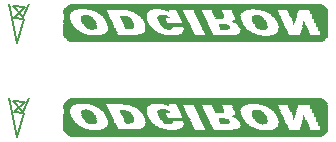
<source format=gbr>
G04 EAGLE Gerber RS-274X export*
G75*
%MOMM*%
%FSLAX34Y34*%
%LPD*%
%INSilkscreen Bottom*%
%IPPOS*%
%AMOC8*
5,1,8,0,0,1.08239X$1,22.5*%
G01*
%ADD10R,21.376000X0.021338*%
%ADD11R,21.376000X0.021331*%
%ADD12R,21.397300X0.021331*%
%ADD13R,21.567900X0.021338*%
%ADD14R,21.632000X0.021331*%
%ADD15R,21.674600X0.021331*%
%ADD16R,21.717300X0.021338*%
%ADD17R,21.717300X0.021331*%
%ADD18R,21.802600X0.021331*%
%ADD19R,21.845300X0.021338*%
%ADD20R,21.888000X0.021331*%
%ADD21R,21.973300X0.021338*%
%ADD22R,22.016000X0.021331*%
%ADD23R,22.058600X0.021331*%
%ADD24R,22.079900X0.021338*%
%ADD25R,22.144000X0.021331*%
%ADD26R,22.186600X0.021331*%
%ADD27R,1.365300X0.021338*%
%ADD28R,5.994700X0.021338*%
%ADD29R,14.186700X0.021338*%
%ADD30R,1.173400X0.021331*%
%ADD31R,5.610600X0.021331*%
%ADD32R,7.594700X0.021331*%
%ADD33R,6.080000X0.021331*%
%ADD34R,1.066700X0.021331*%
%ADD35R,5.397300X0.021331*%
%ADD36R,7.253300X0.021331*%
%ADD37R,5.866700X0.021331*%
%ADD38R,0.981400X0.021338*%
%ADD39R,1.365400X0.021338*%
%ADD40R,2.389300X0.021338*%
%ADD41R,0.384000X0.021338*%
%ADD42R,6.080000X0.021338*%
%ADD43R,5.738700X0.021338*%
%ADD44R,0.917400X0.021331*%
%ADD45R,1.280000X0.021331*%
%ADD46R,2.069300X0.021331*%
%ADD47R,0.320000X0.021331*%
%ADD48R,0.576000X0.021331*%
%ADD49R,0.597300X0.021331*%
%ADD50R,0.832000X0.021331*%
%ADD51R,1.173300X0.021331*%
%ADD52R,5.632000X0.021331*%
%ADD53R,0.896000X0.021331*%
%ADD54R,1.237300X0.021331*%
%ADD55R,1.898600X0.021331*%
%ADD56R,0.277300X0.021331*%
%ADD57R,1.109300X0.021331*%
%ADD58R,1.301400X0.021331*%
%ADD59R,0.938700X0.021331*%
%ADD60R,1.536000X0.021331*%
%ADD61R,0.896000X0.021338*%
%ADD62R,1.173300X0.021338*%
%ADD63R,1.770700X0.021338*%
%ADD64R,0.213300X0.021338*%
%ADD65R,0.554600X0.021338*%
%ADD66R,0.597300X0.021338*%
%ADD67R,0.810600X0.021338*%
%ADD68R,1.045400X0.021338*%
%ADD69R,1.237400X0.021338*%
%ADD70R,0.917300X0.021338*%
%ADD71R,1.600000X0.021338*%
%ADD72R,0.853400X0.021331*%
%ADD73R,1.130600X0.021331*%
%ADD74R,1.642700X0.021331*%
%ADD75R,0.149300X0.021331*%
%ADD76R,0.810600X0.021331*%
%ADD77R,1.002700X0.021331*%
%ADD78R,1.194700X0.021331*%
%ADD79R,0.917300X0.021331*%
%ADD80R,1.578700X0.021331*%
%ADD81R,0.810700X0.021331*%
%ADD82R,1.066600X0.021331*%
%ADD83R,1.557400X0.021331*%
%ADD84R,0.106700X0.021331*%
%ADD85R,0.554700X0.021331*%
%ADD86R,0.597400X0.021331*%
%ADD87R,0.789300X0.021331*%
%ADD88R,0.960000X0.021331*%
%ADD89R,1.130700X0.021331*%
%ADD90R,0.874700X0.021331*%
%ADD91R,0.789400X0.021338*%
%ADD92R,1.472000X0.021338*%
%ADD93R,0.064000X0.021338*%
%ADD94R,0.576000X0.021338*%
%ADD95R,0.789300X0.021338*%
%ADD96R,0.938700X0.021338*%
%ADD97R,1.088000X0.021338*%
%ADD98R,0.874700X0.021338*%
%ADD99R,1.557300X0.021338*%
%ADD100R,0.746700X0.021331*%
%ADD101R,0.981400X0.021331*%
%ADD102R,1.365400X0.021331*%
%ADD103R,0.042600X0.021331*%
%ADD104R,0.789400X0.021331*%
%ADD105R,1.045300X0.021331*%
%ADD106R,1.557300X0.021331*%
%ADD107R,0.725400X0.021331*%
%ADD108R,1.301300X0.021331*%
%ADD109R,0.704000X0.021338*%
%ADD110R,1.237300X0.021338*%
%ADD111R,0.768000X0.021338*%
%ADD112R,0.853300X0.021338*%
%ADD113R,0.960000X0.021338*%
%ADD114R,1.536000X0.021338*%
%ADD115R,0.682700X0.021331*%
%ADD116R,1.514700X0.021331*%
%ADD117R,0.661400X0.021331*%
%ADD118R,0.853300X0.021331*%
%ADD119R,1.109400X0.021331*%
%ADD120R,0.768000X0.021331*%
%ADD121R,0.640000X0.021338*%
%ADD122R,0.832000X0.021338*%
%ADD123R,1.045300X0.021338*%
%ADD124R,0.597400X0.021338*%
%ADD125R,0.874600X0.021338*%
%ADD126R,1.493300X0.021338*%
%ADD127R,0.640000X0.021331*%
%ADD128R,1.024000X0.021331*%
%ADD129R,1.493300X0.021331*%
%ADD130R,0.618700X0.021331*%
%ADD131R,0.725300X0.021331*%
%ADD132R,1.472000X0.021331*%
%ADD133R,0.661300X0.021331*%
%ADD134R,0.704000X0.021331*%
%ADD135R,1.450700X0.021331*%
%ADD136R,0.810700X0.021338*%
%ADD137R,0.618700X0.021338*%
%ADD138R,0.725300X0.021338*%
%ADD139R,0.661300X0.021338*%
%ADD140R,1.429300X0.021338*%
%ADD141R,0.746600X0.021331*%
%ADD142R,1.429300X0.021331*%
%ADD143R,0.682600X0.021331*%
%ADD144R,1.408000X0.021331*%
%ADD145R,0.554700X0.021338*%
%ADD146R,0.682700X0.021338*%
%ADD147R,1.408000X0.021338*%
%ADD148R,1.386700X0.021331*%
%ADD149R,0.234700X0.021331*%
%ADD150R,0.618600X0.021331*%
%ADD151R,0.490600X0.021331*%
%ADD152R,0.533400X0.021338*%
%ADD153R,0.448000X0.021338*%
%ADD154R,0.618600X0.021338*%
%ADD155R,0.234600X0.021338*%
%ADD156R,1.386700X0.021338*%
%ADD157R,0.533400X0.021331*%
%ADD158R,0.533300X0.021331*%
%ADD159R,0.448000X0.021331*%
%ADD160R,1.365300X0.021331*%
%ADD161R,0.405400X0.021331*%
%ADD162R,0.512000X0.021331*%
%ADD163R,0.512000X0.021338*%
%ADD164R,1.344000X0.021338*%
%ADD165R,0.554600X0.021331*%
%ADD166R,1.344000X0.021331*%
%ADD167R,0.469300X0.021331*%
%ADD168R,1.322700X0.021331*%
%ADD169R,0.533400X0.021325*%
%ADD170R,0.874700X0.021325*%
%ADD171R,0.533300X0.021325*%
%ADD172R,0.682700X0.021325*%
%ADD173R,0.490600X0.021325*%
%ADD174R,0.938700X0.021325*%
%ADD175R,0.554700X0.021325*%
%ADD176R,0.597400X0.021325*%
%ADD177R,0.725300X0.021325*%
%ADD178R,0.832000X0.021325*%
%ADD179R,0.448000X0.021325*%
%ADD180R,1.322700X0.021325*%
%ADD181R,0.469300X0.021338*%
%ADD182R,1.301300X0.021338*%
%ADD183R,0.960000X0.021325*%
%ADD184R,0.512000X0.021325*%
%ADD185R,0.768000X0.021325*%
%ADD186R,1.002700X0.021325*%
%ADD187R,0.576000X0.021325*%
%ADD188R,0.597300X0.021325*%
%ADD189R,0.469300X0.021325*%
%ADD190R,0.917300X0.021325*%
%ADD191R,0.405400X0.021325*%
%ADD192R,1.280000X0.021325*%
%ADD193R,0.981300X0.021338*%
%ADD194R,0.426600X0.021338*%
%ADD195R,1.280000X0.021338*%
%ADD196R,1.002600X0.021331*%
%ADD197R,0.490700X0.021331*%
%ADD198R,0.426700X0.021331*%
%ADD199R,0.362600X0.021331*%
%ADD200R,1.258700X0.021331*%
%ADD201R,0.789300X0.021325*%
%ADD202R,0.618700X0.021325*%
%ADD203R,0.490700X0.021325*%
%ADD204R,0.341300X0.021325*%
%ADD205R,1.258700X0.021325*%
%ADD206R,1.024000X0.021338*%
%ADD207R,0.405400X0.021338*%
%ADD208R,0.490700X0.021338*%
%ADD209R,1.002600X0.021338*%
%ADD210R,0.341300X0.021338*%
%ADD211R,0.384000X0.021331*%
%ADD212R,0.298700X0.021331*%
%ADD213R,1.066700X0.021325*%
%ADD214R,0.469400X0.021325*%
%ADD215R,0.384000X0.021325*%
%ADD216R,0.640000X0.021325*%
%ADD217R,1.045300X0.021325*%
%ADD218R,0.298700X0.021325*%
%ADD219R,1.216000X0.021325*%
%ADD220R,1.066700X0.021338*%
%ADD221R,1.066600X0.021338*%
%ADD222R,0.298700X0.021338*%
%ADD223R,1.216000X0.021338*%
%ADD224R,1.088000X0.021331*%
%ADD225R,0.362700X0.021331*%
%ADD226R,0.469400X0.021331*%
%ADD227R,0.256000X0.021331*%
%ADD228R,1.088000X0.021325*%
%ADD229R,0.853300X0.021325*%
%ADD230R,0.362600X0.021325*%
%ADD231R,0.256000X0.021325*%
%ADD232R,1.194700X0.021325*%
%ADD233R,0.362600X0.021338*%
%ADD234R,0.234700X0.021338*%
%ADD235R,0.341300X0.021331*%
%ADD236R,0.213300X0.021331*%
%ADD237R,1.109300X0.021325*%
%ADD238R,0.853400X0.021325*%
%ADD239R,0.362700X0.021325*%
%ADD240R,0.192000X0.021325*%
%ADD241R,1.152000X0.021325*%
%ADD242R,1.109300X0.021338*%
%ADD243R,0.853400X0.021338*%
%ADD244R,0.341400X0.021338*%
%ADD245R,0.661400X0.021338*%
%ADD246R,1.109400X0.021338*%
%ADD247R,0.469400X0.021338*%
%ADD248R,0.192000X0.021338*%
%ADD249R,0.021300X0.021338*%
%ADD250R,1.152000X0.021338*%
%ADD251R,0.021300X0.021331*%
%ADD252R,1.152000X0.021331*%
%ADD253R,0.661300X0.021325*%
%ADD254R,0.149300X0.021325*%
%ADD255R,0.042700X0.021325*%
%ADD256R,1.130700X0.021325*%
%ADD257R,0.320000X0.021338*%
%ADD258R,0.128000X0.021338*%
%ADD259R,0.042700X0.021338*%
%ADD260R,1.130700X0.021338*%
%ADD261R,0.042700X0.021331*%
%ADD262R,0.661400X0.021325*%
%ADD263R,0.320000X0.021325*%
%ADD264R,0.682600X0.021325*%
%ADD265R,0.085400X0.021325*%
%ADD266R,0.064000X0.021325*%
%ADD267R,0.085400X0.021338*%
%ADD268R,0.341400X0.021331*%
%ADD269R,0.064000X0.021331*%
%ADD270R,0.085300X0.021331*%
%ADD271R,0.704000X0.021325*%
%ADD272R,0.106600X0.021325*%
%ADD273R,2.496000X0.021331*%
%ADD274R,0.128000X0.021331*%
%ADD275R,0.746700X0.021325*%
%ADD276R,2.474700X0.021325*%
%ADD277R,0.746700X0.021338*%
%ADD278R,0.362700X0.021338*%
%ADD279R,2.474600X0.021338*%
%ADD280R,0.021400X0.021338*%
%ADD281R,0.170700X0.021338*%
%ADD282R,2.474600X0.021331*%
%ADD283R,0.021400X0.021331*%
%ADD284R,0.192000X0.021331*%
%ADD285R,2.474600X0.021325*%
%ADD286R,0.021400X0.021325*%
%ADD287R,2.453300X0.021338*%
%ADD288R,1.002700X0.021338*%
%ADD289R,2.474700X0.021331*%
%ADD290R,0.981300X0.021331*%
%ADD291R,0.810700X0.021325*%
%ADD292R,2.453300X0.021325*%
%ADD293R,0.234700X0.021325*%
%ADD294R,0.981300X0.021325*%
%ADD295R,0.405300X0.021338*%
%ADD296R,0.490600X0.021338*%
%ADD297R,0.277300X0.021338*%
%ADD298R,0.405300X0.021331*%
%ADD299R,2.432000X0.021331*%
%ADD300R,1.002600X0.021325*%
%ADD301R,0.426700X0.021325*%
%ADD302R,2.410600X0.021325*%
%ADD303R,0.298600X0.021325*%
%ADD304R,0.426700X0.021338*%
%ADD305R,0.917400X0.021325*%
%ADD306R,0.874600X0.021325*%
%ADD307R,0.341400X0.021325*%
%ADD308R,0.533300X0.021338*%
%ADD309R,0.981400X0.021325*%
%ADD310R,0.618600X0.021325*%
%ADD311R,0.405300X0.021325*%
%ADD312R,0.896000X0.021325*%
%ADD313R,0.639900X0.021338*%
%ADD314R,0.639900X0.021331*%
%ADD315R,1.045400X0.021325*%
%ADD316R,1.109400X0.021325*%
%ADD317R,0.170600X0.021325*%
%ADD318R,0.703900X0.021338*%
%ADD319R,0.703900X0.021331*%
%ADD320R,0.682600X0.021338*%
%ADD321R,1.237400X0.021331*%
%ADD322R,0.725400X0.021325*%
%ADD323R,1.301400X0.021338*%
%ADD324R,0.725400X0.021338*%
%ADD325R,1.365400X0.021325*%
%ADD326R,0.810600X0.021325*%
%ADD327R,1.493400X0.021325*%
%ADD328R,1.514700X0.021338*%
%ADD329R,1.194700X0.021338*%
%ADD330R,0.938600X0.021331*%
%ADD331R,1.258600X0.021331*%
%ADD332R,0.959900X0.021331*%
%ADD333R,1.600000X0.021325*%
%ADD334R,0.959900X0.021325*%
%ADD335R,1.664000X0.021338*%
%ADD336R,1.706700X0.021331*%
%ADD337R,1.045400X0.021331*%
%ADD338R,1.749400X0.021325*%
%ADD339R,1.578600X0.021325*%
%ADD340R,1.813400X0.021338*%
%ADD341R,1.685300X0.021338*%
%ADD342R,1.130600X0.021338*%
%ADD343R,1.877400X0.021331*%
%ADD344R,1.813300X0.021331*%
%ADD345R,1.194600X0.021331*%
%ADD346R,1.941400X0.021325*%
%ADD347R,1.237300X0.021325*%
%ADD348R,1.962600X0.021325*%
%ADD349R,2.026700X0.021338*%
%ADD350R,2.154700X0.021338*%
%ADD351R,1.728000X0.021338*%
%ADD352R,2.112000X0.021331*%
%ADD353R,1.941400X0.021331*%
%ADD354R,1.322600X0.021331*%
%ADD355R,2.218700X0.021325*%
%ADD356R,5.568000X0.021325*%
%ADD357R,1.472000X0.021325*%
%ADD358R,1.386600X0.021325*%
%ADD359R,2.368000X0.021338*%
%ADD360R,5.845300X0.021338*%
%ADD361R,7.146700X0.021338*%
%ADD362R,1.493400X0.021338*%
%ADD363R,0.938600X0.021338*%
%ADD364R,16.832000X0.021331*%
%ADD365R,4.906700X0.021331*%
%ADD366R,22.314600X0.021325*%
%ADD367R,22.272000X0.021338*%
%ADD368R,22.272000X0.021331*%
%ADD369R,22.272000X0.021325*%
%ADD370R,22.229300X0.021331*%
%ADD371R,22.186600X0.021325*%
%ADD372R,22.144000X0.021338*%
%ADD373R,22.079900X0.021331*%
%ADD374R,22.058600X0.021325*%
%ADD375R,22.016000X0.021338*%
%ADD376R,21.973300X0.021331*%
%ADD377R,21.909300X0.021325*%
%ADD378R,21.866700X0.021338*%
%ADD379R,21.845300X0.021331*%
%ADD380R,21.802600X0.021325*%
%ADD381R,21.760000X0.021338*%
%ADD382R,21.674600X0.021325*%
%ADD383R,21.632000X0.021338*%
%ADD384R,21.589300X0.021331*%
%ADD385R,21.418600X0.021325*%
%ADD386C,0.203200*%


D10*
X-256117Y16000D03*
D11*
X-256117Y15787D03*
D12*
X-256224Y15573D03*
D13*
X-256224Y15360D03*
D14*
X-256117Y15147D03*
D15*
X-256117Y14933D03*
D16*
X-256117Y14720D03*
D17*
X-256117Y14507D03*
D18*
X-256117Y14293D03*
D19*
X-256117Y14080D03*
D20*
X-256117Y13867D03*
X-256117Y13653D03*
D21*
X-256117Y13440D03*
D22*
X-256117Y13227D03*
D23*
X-256117Y13013D03*
D24*
X-256224Y12800D03*
D25*
X-256117Y12587D03*
D26*
X-256117Y12373D03*
D27*
X-360437Y12160D03*
D28*
X-320224Y12160D03*
D29*
X-215904Y12160D03*
D30*
X-361610Y11947D03*
D31*
X-320010Y11947D03*
D32*
X-246944Y11947D03*
D33*
X-175157Y11947D03*
D34*
X-362144Y11733D03*
D35*
X-319797Y11733D03*
D36*
X-247371Y11733D03*
D37*
X-174091Y11733D03*
D38*
X-362570Y11520D03*
D39*
X-338890Y11520D03*
D40*
X-305397Y11520D03*
D41*
X-280863Y11520D03*
D42*
X-242570Y11520D03*
D43*
X-173451Y11520D03*
D44*
X-362890Y11307D03*
D45*
X-338463Y11307D03*
D46*
X-304437Y11307D03*
D47*
X-280543Y11307D03*
D48*
X-269877Y11307D03*
D49*
X-254624Y11307D03*
D50*
X-238304Y11307D03*
D51*
X-218891Y11307D03*
D52*
X-172917Y11307D03*
D53*
X-363210Y11093D03*
D54*
X-338037Y11093D03*
D55*
X-304010Y11093D03*
D56*
X-280117Y11093D03*
D48*
X-269877Y11093D03*
X-254517Y11093D03*
D50*
X-238304Y11093D03*
D57*
X-219211Y11093D03*
D58*
X-193717Y11093D03*
D59*
X-173771Y11093D03*
D60*
X-152437Y11093D03*
D61*
X-363637Y10880D03*
D62*
X-337717Y10880D03*
D63*
X-303797Y10880D03*
D64*
X-279797Y10880D03*
D65*
X-269770Y10880D03*
D66*
X-254411Y10880D03*
D67*
X-238197Y10880D03*
D68*
X-219317Y10880D03*
D69*
X-193397Y10880D03*
D70*
X-173664Y10880D03*
D71*
X-152117Y10880D03*
D72*
X-363850Y10667D03*
D73*
X-337290Y10667D03*
D74*
X-303584Y10667D03*
D75*
X-279477Y10667D03*
D48*
X-269663Y10667D03*
X-254304Y10667D03*
D76*
X-238197Y10667D03*
D77*
X-219531Y10667D03*
D78*
X-192971Y10667D03*
D79*
X-173664Y10667D03*
D80*
X-152011Y10667D03*
D81*
X-364064Y10453D03*
D82*
X-336970Y10453D03*
D83*
X-303370Y10453D03*
D84*
X-279264Y10453D03*
D85*
X-269557Y10453D03*
D86*
X-254197Y10453D03*
D87*
X-238091Y10453D03*
D88*
X-219744Y10453D03*
D89*
X-192651Y10453D03*
D90*
X-173664Y10453D03*
D80*
X-152011Y10453D03*
D91*
X-364170Y10240D03*
D68*
X-336650Y10240D03*
D92*
X-303157Y10240D03*
D93*
X-279050Y10240D03*
D94*
X-269450Y10240D03*
X-254090Y10240D03*
D95*
X-238091Y10240D03*
D96*
X-220064Y10240D03*
D97*
X-192224Y10240D03*
D98*
X-173664Y10240D03*
D99*
X-151904Y10240D03*
D100*
X-364384Y10027D03*
D101*
X-336330Y10027D03*
D102*
X-303050Y10027D03*
D103*
X-278730Y10027D03*
D85*
X-269344Y10027D03*
D49*
X-253984Y10027D03*
D104*
X-237877Y10027D03*
D79*
X-220171Y10027D03*
D105*
X-192011Y10027D03*
D72*
X-173557Y10027D03*
D106*
X-151904Y10027D03*
D107*
X-364490Y9813D03*
D88*
X-336010Y9813D03*
D108*
X-302944Y9813D03*
D48*
X-269237Y9813D03*
D49*
X-253984Y9813D03*
D104*
X-237877Y9813D03*
D90*
X-220384Y9813D03*
D77*
X-191584Y9813D03*
D50*
X-173664Y9813D03*
D60*
X-151797Y9813D03*
D109*
X-364597Y9600D03*
D70*
X-335797Y9600D03*
D110*
X-302624Y9600D03*
D65*
X-269130Y9600D03*
D66*
X-253771Y9600D03*
D111*
X-237770Y9600D03*
D112*
X-220491Y9600D03*
D113*
X-191370Y9600D03*
D67*
X-173557Y9600D03*
D114*
X-151797Y9600D03*
D115*
X-364704Y9387D03*
D53*
X-335477Y9387D03*
D51*
X-302517Y9387D03*
D48*
X-269023Y9387D03*
D49*
X-253771Y9387D03*
D87*
X-237664Y9387D03*
D50*
X-220597Y9387D03*
D59*
X-191051Y9387D03*
D76*
X-173557Y9387D03*
D116*
X-151691Y9387D03*
D117*
X-364810Y9173D03*
D118*
X-335264Y9173D03*
D119*
X-302410Y9173D03*
D85*
X-268917Y9173D03*
D86*
X-253557Y9173D03*
D120*
X-237557Y9173D03*
D104*
X-220597Y9173D03*
D53*
X-190837Y9173D03*
D120*
X-173557Y9173D03*
D116*
X-151691Y9173D03*
D121*
X-364917Y8960D03*
D122*
X-335157Y8960D03*
D123*
X-302304Y8960D03*
D94*
X-268810Y8960D03*
D124*
X-253557Y8960D03*
D111*
X-237557Y8960D03*
X-220704Y8960D03*
D125*
X-190517Y8960D03*
D111*
X-173557Y8960D03*
D126*
X-151584Y8960D03*
D127*
X-364917Y8747D03*
D81*
X-334837Y8747D03*
D128*
X-302197Y8747D03*
D85*
X-268704Y8747D03*
D48*
X-253450Y8747D03*
D120*
X-237344Y8747D03*
D100*
X-220811Y8747D03*
D118*
X-190411Y8747D03*
D100*
X-173451Y8747D03*
D129*
X-151584Y8747D03*
D130*
X-365024Y8533D03*
D120*
X-334623Y8533D03*
D88*
X-302090Y8533D03*
D48*
X-268597Y8533D03*
D49*
X-253344Y8533D03*
D120*
X-237344Y8533D03*
D131*
X-220704Y8533D03*
D76*
X-190197Y8533D03*
D107*
X-173557Y8533D03*
D132*
X-151477Y8533D03*
D124*
X-365130Y8320D03*
D111*
X-334410Y8320D03*
D70*
X-301877Y8320D03*
D65*
X-268490Y8320D03*
D94*
X-253237Y8320D03*
D111*
X-237130Y8320D03*
D109*
X-220810Y8320D03*
D91*
X-189877Y8320D03*
D109*
X-173450Y8320D03*
D92*
X-151477Y8320D03*
D86*
X-365130Y8107D03*
D131*
X-334197Y8107D03*
D90*
X-301877Y8107D03*
D48*
X-268383Y8107D03*
D49*
X-253131Y8107D03*
D120*
X-237130Y8107D03*
D133*
X-220811Y8107D03*
D120*
X-189770Y8107D03*
D134*
X-173450Y8107D03*
D135*
X-151371Y8107D03*
D48*
X-365237Y7893D03*
D131*
X-333984Y7893D03*
D50*
X-301663Y7893D03*
D85*
X-268277Y7893D03*
D48*
X-253024Y7893D03*
D120*
X-236917Y7893D03*
D133*
X-220811Y7893D03*
D100*
X-189451Y7893D03*
D133*
X-173451Y7893D03*
D135*
X-151371Y7893D03*
D94*
X-365237Y7680D03*
D109*
X-333877Y7680D03*
D136*
X-301557Y7680D03*
D94*
X-268170Y7680D03*
D124*
X-252917Y7680D03*
D111*
X-236917Y7680D03*
D137*
X-220811Y7680D03*
D138*
X-189344Y7680D03*
D139*
X-173451Y7680D03*
D140*
X-151264Y7680D03*
D48*
X-365237Y7467D03*
D115*
X-333557Y7467D03*
D141*
X-301450Y7467D03*
D85*
X-268064Y7467D03*
D48*
X-252810Y7467D03*
D87*
X-236811Y7467D03*
D130*
X-220811Y7467D03*
D131*
X-189131Y7467D03*
D133*
X-173451Y7467D03*
D142*
X-151264Y7467D03*
D85*
X-365344Y7253D03*
D117*
X-333450Y7253D03*
D131*
X-301344Y7253D03*
D48*
X-267957Y7253D03*
D49*
X-252704Y7253D03*
D120*
X-236704Y7253D03*
D130*
X-220811Y7253D03*
D143*
X-188917Y7253D03*
D130*
X-173451Y7253D03*
D144*
X-151157Y7253D03*
D145*
X-365344Y7040D03*
D139*
X-333237Y7040D03*
D109*
X-301237Y7040D03*
D65*
X-267850Y7040D03*
D94*
X-252597Y7040D03*
D91*
X-236597Y7040D03*
D94*
X-220810Y7040D03*
D146*
X-188704Y7040D03*
D137*
X-173451Y7040D03*
D147*
X-151157Y7040D03*
D85*
X-365344Y6827D03*
D130*
X-333024Y6827D03*
D143*
X-301130Y6827D03*
D47*
X-284383Y6827D03*
D48*
X-267743Y6827D03*
D49*
X-252491Y6827D03*
D120*
X-236490Y6827D03*
D48*
X-220810Y6827D03*
D117*
X-188597Y6827D03*
D49*
X-173344Y6827D03*
D148*
X-151051Y6827D03*
D85*
X-365344Y6613D03*
D149*
X-349237Y6613D03*
D150*
X-332810Y6613D03*
D127*
X-300917Y6613D03*
D151*
X-284170Y6613D03*
D48*
X-267743Y6613D03*
X-252384Y6613D03*
D87*
X-236384Y6613D03*
D85*
X-220704Y6613D03*
D127*
X-188277Y6613D03*
D48*
X-173450Y6613D03*
D148*
X-151051Y6613D03*
D152*
X-365450Y6400D03*
D153*
X-349237Y6400D03*
D66*
X-332704Y6400D03*
D154*
X-300810Y6400D03*
D66*
X-284064Y6400D03*
D145*
X-267637Y6400D03*
D124*
X-252277Y6400D03*
D111*
X-236277Y6400D03*
D145*
X-220704Y6400D03*
D155*
X-204597Y6400D03*
D137*
X-188171Y6400D03*
D145*
X-173344Y6400D03*
D156*
X-151051Y6400D03*
D157*
X-365450Y6187D03*
D48*
X-349023Y6187D03*
D86*
X-332490Y6187D03*
D49*
X-300704Y6187D03*
D115*
X-284064Y6187D03*
D48*
X-267530Y6187D03*
X-252170Y6187D03*
D120*
X-236277Y6187D03*
D158*
X-220811Y6187D03*
D159*
X-204597Y6187D03*
D150*
X-187957Y6187D03*
D85*
X-173344Y6187D03*
D160*
X-150944Y6187D03*
D157*
X-365450Y5973D03*
D133*
X-349024Y5973D03*
D48*
X-332383Y5973D03*
D161*
X-318090Y5973D03*
D85*
X-300704Y5973D03*
D120*
X-283850Y5973D03*
D85*
X-267424Y5973D03*
D49*
X-252064Y5973D03*
D120*
X-236064Y5973D03*
D162*
X-220704Y5973D03*
D48*
X-204384Y5973D03*
D49*
X-187851Y5973D03*
D162*
X-173344Y5973D03*
D160*
X-150944Y5973D03*
D152*
X-365450Y5760D03*
D138*
X-348917Y5760D03*
D94*
X-332170Y5760D03*
D152*
X-317450Y5760D03*
D65*
X-300490Y5760D03*
D67*
X-283850Y5760D03*
D94*
X-267317Y5760D03*
X-251957Y5760D03*
D111*
X-236064Y5760D03*
D163*
X-220704Y5760D03*
D139*
X-204384Y5760D03*
D124*
X-187637Y5760D03*
D163*
X-173344Y5760D03*
D164*
X-150837Y5760D03*
D157*
X-365450Y5547D03*
D104*
X-348810Y5547D03*
D85*
X-332064Y5547D03*
D49*
X-316917Y5547D03*
D158*
X-300384Y5547D03*
D118*
X-283637Y5547D03*
D165*
X-267210Y5547D03*
D49*
X-251851Y5547D03*
D141*
X-235957Y5547D03*
D151*
X-220597Y5547D03*
D107*
X-204277Y5547D03*
D48*
X-187530Y5547D03*
D151*
X-173237Y5547D03*
D166*
X-150837Y5547D03*
D157*
X-365450Y5333D03*
D50*
X-348597Y5333D03*
D165*
X-331850Y5333D03*
D133*
X-316597Y5333D03*
D162*
X-300277Y5333D03*
D53*
X-283423Y5333D03*
D48*
X-267103Y5333D03*
D49*
X-251851Y5333D03*
D141*
X-235957Y5333D03*
D151*
X-220597Y5333D03*
D87*
X-204171Y5333D03*
D48*
X-187317Y5333D03*
D167*
X-173344Y5333D03*
D168*
X-150731Y5333D03*
D169*
X-365450Y5120D03*
D170*
X-348597Y5120D03*
D171*
X-331744Y5120D03*
D172*
X-316277Y5120D03*
D173*
X-300170Y5120D03*
D174*
X-283424Y5120D03*
D175*
X-266997Y5120D03*
D176*
X-251637Y5120D03*
D177*
X-235851Y5120D03*
D173*
X-220597Y5120D03*
D178*
X-203957Y5120D03*
D175*
X-187211Y5120D03*
D179*
X-173237Y5120D03*
D180*
X-150731Y5120D03*
D152*
X-365450Y4907D03*
D61*
X-348490Y4907D03*
D152*
X-331530Y4907D03*
D138*
X-316064Y4907D03*
D181*
X-300064Y4907D03*
D113*
X-283317Y4907D03*
D94*
X-266890Y4907D03*
D124*
X-251637Y4907D03*
D138*
X-235851Y4907D03*
D181*
X-220491Y4907D03*
D125*
X-203957Y4907D03*
D65*
X-186997Y4907D03*
D153*
X-173237Y4907D03*
D182*
X-150624Y4907D03*
D157*
X-365450Y4693D03*
D79*
X-348384Y4693D03*
D162*
X-331423Y4693D03*
D107*
X-315850Y4693D03*
D167*
X-300064Y4693D03*
D101*
X-283210Y4693D03*
D85*
X-266784Y4693D03*
D49*
X-251424Y4693D03*
D115*
X-235851Y4693D03*
D167*
X-220491Y4693D03*
D53*
X-203850Y4693D03*
D158*
X-186891Y4693D03*
D161*
X-173237Y4693D03*
D108*
X-150624Y4693D03*
D169*
X-365450Y4480D03*
D183*
X-348383Y4480D03*
D184*
X-331423Y4480D03*
D185*
X-315637Y4480D03*
D179*
X-299957Y4480D03*
D186*
X-283104Y4480D03*
D187*
X-266677Y4480D03*
D188*
X-251424Y4480D03*
D172*
X-235851Y4480D03*
D189*
X-220491Y4480D03*
D190*
X-203744Y4480D03*
D169*
X-186677Y4480D03*
D191*
X-173237Y4480D03*
D192*
X-150517Y4480D03*
D145*
X-365344Y4267D03*
D193*
X-348277Y4267D03*
D163*
X-331210Y4267D03*
D111*
X-315423Y4267D03*
D194*
X-299850Y4267D03*
D124*
X-285130Y4267D03*
D65*
X-266570Y4267D03*
D94*
X-251317Y4267D03*
D154*
X-235957Y4267D03*
D181*
X-220491Y4267D03*
D113*
X-203744Y4267D03*
D152*
X-186677Y4267D03*
D41*
X-173130Y4267D03*
D195*
X-150517Y4267D03*
D85*
X-365344Y4053D03*
D196*
X-348170Y4053D03*
D197*
X-331104Y4053D03*
D87*
X-315317Y4053D03*
D198*
X-299637Y4053D03*
D130*
X-285024Y4053D03*
D48*
X-266463Y4053D03*
D49*
X-251211Y4053D03*
D158*
X-236384Y4053D03*
D197*
X-220384Y4053D03*
D101*
X-203637Y4053D03*
D162*
X-186570Y4053D03*
D199*
X-173237Y4053D03*
D200*
X-150411Y4053D03*
D175*
X-365344Y3840D03*
D186*
X-347957Y3840D03*
D173*
X-330890Y3840D03*
D201*
X-315104Y3840D03*
D191*
X-299530Y3840D03*
D202*
X-285024Y3840D03*
D175*
X-266357Y3840D03*
D187*
X-251104Y3840D03*
D203*
X-220384Y3840D03*
D186*
X-203531Y3840D03*
D184*
X-186357Y3840D03*
D204*
X-173131Y3840D03*
D205*
X-150411Y3840D03*
D145*
X-365344Y3627D03*
D206*
X-347850Y3627D03*
D181*
X-330784Y3627D03*
D136*
X-314997Y3627D03*
D207*
X-299530Y3627D03*
D121*
X-284917Y3627D03*
D94*
X-266250Y3627D03*
D124*
X-250997Y3627D03*
D208*
X-220384Y3627D03*
D209*
X-203317Y3627D03*
D208*
X-186251Y3627D03*
D210*
X-173131Y3627D03*
D110*
X-150304Y3627D03*
D85*
X-365344Y3413D03*
D105*
X-347744Y3413D03*
D197*
X-330677Y3413D03*
D50*
X-314890Y3413D03*
D211*
X-299423Y3413D03*
D127*
X-284917Y3413D03*
D85*
X-266144Y3413D03*
D48*
X-250890Y3413D03*
D197*
X-220384Y3413D03*
D128*
X-203210Y3413D03*
D151*
X-186037Y3413D03*
D212*
X-173131Y3413D03*
D54*
X-150304Y3413D03*
D187*
X-365237Y3200D03*
D213*
X-347637Y3200D03*
D214*
X-330570Y3200D03*
D178*
X-314677Y3200D03*
D215*
X-299210Y3200D03*
D216*
X-284703Y3200D03*
D187*
X-266037Y3200D03*
D188*
X-250784Y3200D03*
D203*
X-220384Y3200D03*
D217*
X-203104Y3200D03*
D173*
X-186037Y3200D03*
D218*
X-173131Y3200D03*
D219*
X-150197Y3200D03*
D94*
X-365237Y2987D03*
D220*
X-347637Y2987D03*
D181*
X-330357Y2987D03*
D122*
X-314677Y2987D03*
D41*
X-299210Y2987D03*
D121*
X-284703Y2987D03*
D65*
X-265930Y2987D03*
D94*
X-250677Y2987D03*
D163*
X-220277Y2987D03*
D221*
X-202997Y2987D03*
D208*
X-185824Y2987D03*
D222*
X-173131Y2987D03*
D223*
X-150197Y2987D03*
D48*
X-365237Y2773D03*
D224*
X-347530Y2773D03*
D167*
X-330357Y2773D03*
D50*
X-314463Y2773D03*
D225*
X-299104Y2773D03*
D127*
X-284703Y2773D03*
D48*
X-265823Y2773D03*
D49*
X-250571Y2773D03*
D158*
X-220384Y2773D03*
D82*
X-202997Y2773D03*
D226*
X-185717Y2773D03*
D227*
X-173130Y2773D03*
D78*
X-150091Y2773D03*
D176*
X-365130Y2560D03*
D228*
X-347317Y2560D03*
D189*
X-330144Y2560D03*
D229*
X-314357Y2560D03*
D230*
X-298890Y2560D03*
D216*
X-284490Y2560D03*
D175*
X-265717Y2560D03*
D187*
X-250464Y2560D03*
D171*
X-220384Y2560D03*
D228*
X-202890Y2560D03*
D203*
X-185611Y2560D03*
D231*
X-173130Y2560D03*
D232*
X-150091Y2560D03*
D124*
X-365130Y2347D03*
D97*
X-347317Y2347D03*
D153*
X-330037Y2347D03*
D122*
X-314250Y2347D03*
D233*
X-298890Y2347D03*
D121*
X-284490Y2347D03*
D94*
X-265610Y2347D03*
D124*
X-250357Y2347D03*
D94*
X-220384Y2347D03*
D97*
X-202677Y2347D03*
D181*
X-185504Y2347D03*
D234*
X-173024Y2347D03*
D62*
X-149984Y2347D03*
D86*
X-365130Y2133D03*
D119*
X-347210Y2133D03*
D226*
X-329930Y2133D03*
D118*
X-314144Y2133D03*
D235*
X-298784Y2133D03*
D133*
X-284384Y2133D03*
D48*
X-265610Y2133D03*
X-250250Y2133D03*
D49*
X-220491Y2133D03*
D224*
X-202677Y2133D03*
D167*
X-185291Y2133D03*
D236*
X-173131Y2133D03*
D51*
X-149984Y2133D03*
D202*
X-365024Y1920D03*
D237*
X-346997Y1920D03*
D179*
X-329823Y1920D03*
D238*
X-313930Y1920D03*
D239*
X-298677Y1920D03*
D216*
X-284277Y1920D03*
D175*
X-265504Y1920D03*
D188*
X-250144Y1920D03*
D216*
X-220704Y1920D03*
D237*
X-202571Y1920D03*
D189*
X-185291Y1920D03*
D240*
X-173024Y1920D03*
D241*
X-149877Y1920D03*
D137*
X-365024Y1707D03*
D242*
X-346997Y1707D03*
D181*
X-329717Y1707D03*
D243*
X-313930Y1707D03*
D244*
X-298570Y1707D03*
D245*
X-284170Y1707D03*
D94*
X-265397Y1707D03*
X-250037Y1707D03*
D109*
X-220810Y1707D03*
D246*
X-202357Y1707D03*
D247*
X-185077Y1707D03*
D248*
X-173024Y1707D03*
D249*
X-164491Y1707D03*
D250*
X-149877Y1707D03*
D127*
X-364917Y1493D03*
D57*
X-346784Y1493D03*
D159*
X-329610Y1493D03*
D118*
X-313717Y1493D03*
D47*
X-298463Y1493D03*
D127*
X-284063Y1493D03*
D165*
X-265290Y1493D03*
D49*
X-249931Y1493D03*
D100*
X-221024Y1493D03*
D119*
X-202357Y1493D03*
D226*
X-185077Y1493D03*
D75*
X-173024Y1493D03*
D251*
X-164491Y1493D03*
D252*
X-149877Y1493D03*
D216*
X-364917Y1280D03*
D237*
X-346784Y1280D03*
D189*
X-329504Y1280D03*
D229*
X-313717Y1280D03*
D204*
X-298357Y1280D03*
D253*
X-283957Y1280D03*
D187*
X-265183Y1280D03*
X-249824Y1280D03*
D178*
X-221237Y1280D03*
D237*
X-202144Y1280D03*
D189*
X-184864Y1280D03*
D254*
X-173024Y1280D03*
D255*
X-164384Y1280D03*
D256*
X-149771Y1280D03*
D121*
X-364917Y1067D03*
D246*
X-346570Y1067D03*
D153*
X-329397Y1067D03*
D112*
X-313504Y1067D03*
D257*
X-298250Y1067D03*
D121*
X-283850Y1067D03*
D145*
X-265077Y1067D03*
D124*
X-249717Y1067D03*
D95*
X-221024Y1067D03*
D242*
X-202144Y1067D03*
D181*
X-184864Y1067D03*
D258*
X-172917Y1067D03*
D259*
X-164384Y1067D03*
D260*
X-149771Y1067D03*
D117*
X-364810Y853D03*
D119*
X-346570Y853D03*
D226*
X-329290Y853D03*
D118*
X-313504Y853D03*
D235*
X-298144Y853D03*
D133*
X-283744Y853D03*
D48*
X-264970Y853D03*
D86*
X-249717Y853D03*
D131*
X-220704Y853D03*
D57*
X-201931Y853D03*
D167*
X-184651Y853D03*
D84*
X-173024Y853D03*
D261*
X-164384Y853D03*
D57*
X-149664Y853D03*
D262*
X-364810Y640D03*
D256*
X-346464Y640D03*
D179*
X-329183Y640D03*
D238*
X-313290Y640D03*
D263*
X-298037Y640D03*
D216*
X-283637Y640D03*
D175*
X-264864Y640D03*
D188*
X-249504Y640D03*
D264*
X-220277Y640D03*
D237*
X-201931Y640D03*
D189*
X-184651Y640D03*
D265*
X-172917Y640D03*
D266*
X-164277Y640D03*
D237*
X-149664Y640D03*
D146*
X-364704Y427D03*
D242*
X-346357Y427D03*
D181*
X-329077Y427D03*
D243*
X-313290Y427D03*
D244*
X-297930Y427D03*
D245*
X-283530Y427D03*
D94*
X-264757Y427D03*
D66*
X-249504Y427D03*
D121*
X-220064Y427D03*
D260*
X-201824Y427D03*
D247*
X-184437Y427D03*
D267*
X-172917Y427D03*
D93*
X-164277Y427D03*
D97*
X-149557Y427D03*
D115*
X-364704Y213D03*
D73*
X-346250Y213D03*
D159*
X-328970Y213D03*
D118*
X-313077Y213D03*
D268*
X-297930Y213D03*
D127*
X-283423Y213D03*
D165*
X-264650Y213D03*
D49*
X-249291Y213D03*
D130*
X-219744Y213D03*
D119*
X-201717Y213D03*
D226*
X-184437Y213D03*
D269*
X-172810Y213D03*
D270*
X-164171Y213D03*
D224*
X-149557Y213D03*
D271*
X-364597Y0D03*
D237*
X-346144Y0D03*
D179*
X-328970Y0D03*
D229*
X-313077Y0D03*
D204*
X-297717Y0D03*
D253*
X-283317Y0D03*
D187*
X-264543Y0D03*
D188*
X-249291Y0D03*
D187*
X-219530Y0D03*
D256*
X-201611Y0D03*
D189*
X-184224Y0D03*
D266*
X-172810Y0D03*
D272*
X-164277Y0D03*
D213*
X-149451Y0D03*
D109*
X-364597Y-213D03*
D97*
X-346037Y-213D03*
D153*
X-328757Y-213D03*
D122*
X-312970Y-213D03*
D210*
X-297717Y-213D03*
D121*
X-283210Y-213D03*
D145*
X-264437Y-213D03*
D94*
X-249184Y-213D03*
D145*
X-219211Y-213D03*
D242*
X-201504Y-213D03*
D181*
X-184224Y-213D03*
D93*
X-172810Y-213D03*
D258*
X-164170Y-213D03*
D220*
X-149451Y-213D03*
D107*
X-364490Y-427D03*
D119*
X-345930Y-427D03*
D159*
X-328757Y-427D03*
D118*
X-312864Y-427D03*
D235*
X-297504Y-427D03*
D273*
X-273930Y-427D03*
D86*
X-249077Y-427D03*
D158*
X-219104Y-427D03*
D224*
X-201397Y-427D03*
D159*
X-184117Y-427D03*
D261*
X-172704Y-427D03*
D274*
X-164170Y-427D03*
D105*
X-149344Y-427D03*
D275*
X-364384Y-640D03*
D228*
X-345823Y-640D03*
D214*
X-328650Y-640D03*
D178*
X-312757Y-640D03*
D239*
X-297397Y-640D03*
D276*
X-273824Y-640D03*
D187*
X-248970Y-640D03*
D184*
X-218784Y-640D03*
D237*
X-201291Y-640D03*
D189*
X-184011Y-640D03*
D255*
X-172704Y-640D03*
D254*
X-164064Y-640D03*
D217*
X-149344Y-640D03*
D277*
X-364384Y-853D03*
D97*
X-345823Y-853D03*
D153*
X-328543Y-853D03*
D122*
X-312757Y-853D03*
D278*
X-297397Y-853D03*
D279*
X-273610Y-853D03*
D66*
X-248864Y-853D03*
D163*
X-218570Y-853D03*
D97*
X-201184Y-853D03*
D181*
X-184011Y-853D03*
D280*
X-172597Y-853D03*
D281*
X-164171Y-853D03*
D206*
X-149237Y-853D03*
D120*
X-364277Y-1067D03*
D224*
X-345610Y-1067D03*
D167*
X-328437Y-1067D03*
D72*
X-312650Y-1067D03*
D225*
X-297184Y-1067D03*
D282*
X-273610Y-1067D03*
D48*
X-248757Y-1067D03*
D158*
X-233824Y-1067D03*
D197*
X-218464Y-1067D03*
D224*
X-201184Y-1067D03*
D226*
X-183797Y-1067D03*
D283*
X-172597Y-1067D03*
D284*
X-164064Y-1067D03*
D128*
X-149237Y-1067D03*
D185*
X-364277Y-1280D03*
D213*
X-345504Y-1280D03*
D189*
X-328437Y-1280D03*
D178*
X-312543Y-1280D03*
D239*
X-297184Y-1280D03*
D285*
X-273397Y-1280D03*
D188*
X-248651Y-1280D03*
D253*
X-233184Y-1280D03*
D203*
X-218251Y-1280D03*
D228*
X-200970Y-1280D03*
D214*
X-183797Y-1280D03*
D286*
X-172597Y-1280D03*
D240*
X-164064Y-1280D03*
D186*
X-149131Y-1280D03*
D91*
X-364170Y-1493D03*
D220*
X-345504Y-1493D03*
D181*
X-328224Y-1493D03*
D122*
X-312543Y-1493D03*
D41*
X-297077Y-1493D03*
D287*
X-273291Y-1493D03*
D94*
X-248544Y-1493D03*
D138*
X-232864Y-1493D03*
D181*
X-218144Y-1493D03*
D220*
X-200864Y-1493D03*
D208*
X-183691Y-1493D03*
D234*
X-164064Y-1493D03*
D288*
X-149131Y-1493D03*
D81*
X-364064Y-1707D03*
D82*
X-345290Y-1707D03*
D167*
X-328224Y-1707D03*
D81*
X-312437Y-1707D03*
D211*
X-296863Y-1707D03*
D289*
X-273184Y-1707D03*
D86*
X-248437Y-1707D03*
D100*
X-232544Y-1707D03*
D167*
X-217931Y-1707D03*
D34*
X-200864Y-1707D03*
D167*
X-183584Y-1707D03*
D149*
X-164064Y-1707D03*
D290*
X-149024Y-1707D03*
D291*
X-364064Y-1920D03*
D217*
X-345184Y-1920D03*
D203*
X-328117Y-1920D03*
D291*
X-312437Y-1920D03*
D215*
X-296863Y-1920D03*
D292*
X-273077Y-1920D03*
D187*
X-248330Y-1920D03*
D185*
X-232437Y-1920D03*
D214*
X-217717Y-1920D03*
D213*
X-200651Y-1920D03*
D173*
X-183477Y-1920D03*
D293*
X-164064Y-1920D03*
D294*
X-149024Y-1920D03*
D122*
X-363957Y-2133D03*
D206*
X-345077Y-2133D03*
D208*
X-328117Y-2133D03*
D136*
X-312224Y-2133D03*
D295*
X-296757Y-2133D03*
D287*
X-272864Y-2133D03*
D66*
X-248224Y-2133D03*
D111*
X-232224Y-2133D03*
D153*
X-217610Y-2133D03*
D123*
X-200544Y-2133D03*
D296*
X-183477Y-2133D03*
D297*
X-164064Y-2133D03*
D113*
X-148917Y-2133D03*
D72*
X-363850Y-2347D03*
D196*
X-344970Y-2347D03*
D197*
X-327904Y-2347D03*
D81*
X-312224Y-2347D03*
D298*
X-296544Y-2347D03*
D299*
X-272757Y-2347D03*
D48*
X-248117Y-2347D03*
D104*
X-232117Y-2347D03*
D159*
X-217397Y-2347D03*
D128*
X-200437Y-2347D03*
D162*
X-183370Y-2347D03*
D56*
X-164064Y-2347D03*
D88*
X-148917Y-2347D03*
D170*
X-363744Y-2560D03*
D300*
X-344970Y-2560D03*
D203*
X-327904Y-2560D03*
D185*
X-312223Y-2560D03*
D301*
X-296437Y-2560D03*
D302*
X-272650Y-2560D03*
D188*
X-248011Y-2560D03*
D201*
X-231904Y-2560D03*
D179*
X-217184Y-2560D03*
D186*
X-200331Y-2560D03*
D203*
X-183264Y-2560D03*
D303*
X-163957Y-2560D03*
D174*
X-148811Y-2560D03*
D61*
X-363637Y-2773D03*
D193*
X-344864Y-2773D03*
D163*
X-327797Y-2773D03*
D111*
X-312223Y-2773D03*
D304*
X-296437Y-2773D03*
D70*
X-279904Y-2773D03*
D66*
X-263371Y-2773D03*
D94*
X-247904Y-2773D03*
D67*
X-231797Y-2773D03*
D153*
X-216970Y-2773D03*
D288*
X-200331Y-2773D03*
D163*
X-183157Y-2773D03*
D257*
X-164064Y-2773D03*
D96*
X-148811Y-2773D03*
D53*
X-363637Y-2987D03*
D88*
X-344757Y-2987D03*
D162*
X-327797Y-2987D03*
D100*
X-312117Y-2987D03*
D159*
X-296330Y-2987D03*
D53*
X-279797Y-2987D03*
D49*
X-263371Y-2987D03*
D86*
X-247797Y-2987D03*
D87*
X-231691Y-2987D03*
D167*
X-216864Y-2987D03*
D290*
X-200224Y-2987D03*
D162*
X-183157Y-2987D03*
D268*
X-163957Y-2987D03*
D59*
X-148811Y-2987D03*
D305*
X-363530Y-3200D03*
D190*
X-344544Y-3200D03*
D169*
X-327690Y-3200D03*
D275*
X-312117Y-3200D03*
D189*
X-296224Y-3200D03*
D306*
X-279690Y-3200D03*
D202*
X-263264Y-3200D03*
D187*
X-247690Y-3200D03*
D291*
X-231584Y-3200D03*
D179*
X-216757Y-3200D03*
D183*
X-200117Y-3200D03*
D171*
X-183051Y-3200D03*
D307*
X-163957Y-3200D03*
D190*
X-148704Y-3200D03*
D96*
X-363424Y-3413D03*
D61*
X-344437Y-3413D03*
D152*
X-327690Y-3413D03*
D109*
X-312117Y-3413D03*
D208*
X-296117Y-3413D03*
D122*
X-279690Y-3413D03*
D137*
X-263264Y-3413D03*
D66*
X-247584Y-3413D03*
D91*
X-231477Y-3413D03*
D181*
X-216651Y-3413D03*
D70*
X-199904Y-3413D03*
D308*
X-183051Y-3413D03*
D41*
X-163957Y-3413D03*
D70*
X-148704Y-3413D03*
D88*
X-363317Y-3627D03*
D118*
X-344437Y-3627D03*
D85*
X-327584Y-3627D03*
D115*
X-312224Y-3627D03*
D197*
X-295904Y-3627D03*
D87*
X-279477Y-3627D03*
D150*
X-263050Y-3627D03*
D49*
X-247584Y-3627D03*
D104*
X-231477Y-3627D03*
D226*
X-216437Y-3627D03*
D53*
X-199797Y-3627D03*
D85*
X-182944Y-3627D03*
D211*
X-163957Y-3627D03*
D53*
X-148597Y-3627D03*
D309*
X-363210Y-3840D03*
D291*
X-344224Y-3840D03*
D175*
X-327584Y-3840D03*
D216*
X-312223Y-3840D03*
D184*
X-295797Y-3840D03*
D185*
X-279370Y-3840D03*
D310*
X-263050Y-3840D03*
D188*
X-247371Y-3840D03*
D185*
X-231370Y-3840D03*
D189*
X-216224Y-3840D03*
D238*
X-199797Y-3840D03*
D175*
X-182944Y-3840D03*
D311*
X-163851Y-3840D03*
D312*
X-148597Y-3840D03*
D288*
X-363104Y-4053D03*
D111*
X-344223Y-4053D03*
D94*
X-327477Y-4053D03*
D66*
X-312437Y-4053D03*
D152*
X-295690Y-4053D03*
D109*
X-279263Y-4053D03*
D313*
X-262944Y-4053D03*
D66*
X-247371Y-4053D03*
D111*
X-231370Y-4053D03*
D296*
X-216117Y-4053D03*
D136*
X-199584Y-4053D03*
D94*
X-182837Y-4053D03*
D194*
X-163957Y-4053D03*
D98*
X-148491Y-4053D03*
D128*
X-362997Y-4267D03*
D134*
X-344117Y-4267D03*
D48*
X-327477Y-4267D03*
D162*
X-312650Y-4267D03*
D85*
X-295584Y-4267D03*
D133*
X-279264Y-4267D03*
D314*
X-262944Y-4267D03*
D86*
X-247157Y-4267D03*
D100*
X-231264Y-4267D03*
D197*
X-215904Y-4267D03*
D120*
X-199584Y-4267D03*
D48*
X-182837Y-4267D03*
D159*
X-163850Y-4267D03*
D90*
X-148491Y-4267D03*
D315*
X-362890Y-4480D03*
D216*
X-344010Y-4480D03*
D187*
X-327477Y-4480D03*
D215*
X-313290Y-4480D03*
D187*
X-295477Y-4480D03*
D188*
X-279157Y-4480D03*
D253*
X-262837Y-4480D03*
D176*
X-247157Y-4480D03*
D177*
X-231371Y-4480D03*
D184*
X-215797Y-4480D03*
D271*
X-199477Y-4480D03*
D188*
X-182731Y-4480D03*
D179*
X-163850Y-4480D03*
D229*
X-148384Y-4480D03*
D220*
X-362784Y-4693D03*
D308*
X-343904Y-4693D03*
D124*
X-327370Y-4693D03*
X-295370Y-4693D03*
D163*
X-278943Y-4693D03*
D139*
X-262837Y-4693D03*
D94*
X-247050Y-4693D03*
D146*
X-231371Y-4693D03*
D308*
X-215691Y-4693D03*
D121*
X-199370Y-4693D03*
D66*
X-182731Y-4693D03*
D208*
X-163851Y-4693D03*
D112*
X-148384Y-4693D03*
D224*
X-362677Y-4907D03*
D161*
X-343690Y-4907D03*
D86*
X-327370Y-4907D03*
D130*
X-295264Y-4907D03*
D298*
X-278837Y-4907D03*
D143*
X-262730Y-4907D03*
D49*
X-246944Y-4907D03*
D86*
X-231797Y-4907D03*
D157*
X-215477Y-4907D03*
D158*
X-199264Y-4907D03*
D49*
X-182731Y-4907D03*
D197*
X-163851Y-4907D03*
D50*
X-148277Y-4907D03*
D316*
X-362570Y-5120D03*
D286*
X-343690Y-5120D03*
D202*
X-327264Y-5120D03*
D253*
X-295264Y-5120D03*
D317*
X-278730Y-5120D03*
D264*
X-262730Y-5120D03*
D187*
X-246837Y-5120D03*
D175*
X-215371Y-5120D03*
D311*
X-199051Y-5120D03*
D202*
X-182624Y-5120D03*
D184*
X-163744Y-5120D03*
D178*
X-148277Y-5120D03*
D260*
X-362464Y-5333D03*
D137*
X-327264Y-5333D03*
D146*
X-295157Y-5333D03*
D318*
X-262624Y-5333D03*
D66*
X-246731Y-5333D03*
D94*
X-215264Y-5333D03*
D249*
X-199051Y-5333D03*
D137*
X-182624Y-5333D03*
D308*
X-163851Y-5333D03*
D136*
X-148171Y-5333D03*
D30*
X-362250Y-5547D03*
D133*
X-327264Y-5547D03*
D134*
X-295050Y-5547D03*
D319*
X-262624Y-5547D03*
D48*
X-246624Y-5547D03*
X-215050Y-5547D03*
D127*
X-182517Y-5547D03*
D85*
X-163744Y-5547D03*
D81*
X-148171Y-5547D03*
D232*
X-362144Y-5760D03*
D253*
X-327264Y-5760D03*
D177*
X-294944Y-5760D03*
X-262517Y-5760D03*
D176*
X-246517Y-5760D03*
D310*
X-214837Y-5760D03*
D253*
X-182624Y-5760D03*
D175*
X-163744Y-5760D03*
D201*
X-148064Y-5760D03*
D223*
X-362037Y-5973D03*
D146*
X-327157Y-5973D03*
D95*
X-294837Y-5973D03*
D138*
X-262517Y-5973D03*
D94*
X-246410Y-5973D03*
D121*
X-214730Y-5973D03*
D320*
X-182517Y-5973D03*
D66*
X-163744Y-5973D03*
D95*
X-148064Y-5973D03*
D321*
X-361930Y-6187D03*
D134*
X-327263Y-6187D03*
D76*
X-294730Y-6187D03*
D120*
X-262517Y-6187D03*
D49*
X-246304Y-6187D03*
D133*
X-214624Y-6187D03*
D143*
X-182517Y-6187D03*
D49*
X-163744Y-6187D03*
D120*
X-147957Y-6187D03*
D192*
X-361717Y-6400D03*
D177*
X-327157Y-6400D03*
D178*
X-294623Y-6400D03*
D185*
X-262517Y-6400D03*
D187*
X-246197Y-6400D03*
D264*
X-214517Y-6400D03*
D322*
X-182517Y-6400D03*
D188*
X-163744Y-6400D03*
D185*
X-147957Y-6400D03*
D323*
X-361610Y-6613D03*
D277*
X-327264Y-6613D03*
D61*
X-294517Y-6613D03*
D95*
X-262411Y-6613D03*
D66*
X-246091Y-6613D03*
D138*
X-214304Y-6613D03*
D324*
X-182517Y-6613D03*
D121*
X-163744Y-6613D03*
D277*
X-147851Y-6613D03*
D166*
X-361397Y-6827D03*
D120*
X-327157Y-6827D03*
D44*
X-294410Y-6827D03*
D76*
X-262517Y-6827D03*
D48*
X-245984Y-6827D03*
D141*
X-214197Y-6827D03*
D120*
X-182517Y-6827D03*
D127*
X-163744Y-6827D03*
D100*
X-147851Y-6827D03*
D325*
X-361290Y-7040D03*
D201*
X-327264Y-7040D03*
D294*
X-294304Y-7040D03*
D326*
X-262517Y-7040D03*
D176*
X-245877Y-7040D03*
D201*
X-213984Y-7040D03*
D185*
X-182517Y-7040D03*
D262*
X-163637Y-7040D03*
D177*
X-147744Y-7040D03*
D147*
X-361077Y-7253D03*
D136*
X-327157Y-7253D03*
D206*
X-294303Y-7253D03*
D112*
X-262517Y-7253D03*
D94*
X-245770Y-7253D03*
D67*
X-213877Y-7253D03*
X-182517Y-7253D03*
D146*
X-163744Y-7253D03*
D138*
X-147744Y-7253D03*
D135*
X-360864Y-7467D03*
D50*
X-327263Y-7467D03*
D82*
X-294090Y-7467D03*
D118*
X-262517Y-7467D03*
D49*
X-245664Y-7467D03*
D118*
X-213664Y-7467D03*
D76*
X-182517Y-7467D03*
D134*
X-163637Y-7467D03*
D131*
X-147744Y-7467D03*
D327*
X-360650Y-7680D03*
D170*
X-327264Y-7680D03*
D256*
X-293984Y-7680D03*
D312*
X-262517Y-7680D03*
D187*
X-245557Y-7680D03*
D305*
X-213557Y-7680D03*
D238*
X-182517Y-7680D03*
D271*
X-163637Y-7680D03*
X-147637Y-7680D03*
D328*
X-360544Y-7893D03*
D61*
X-327370Y-7893D03*
D329*
X-293877Y-7893D03*
D70*
X-262624Y-7893D03*
D66*
X-245451Y-7893D03*
D113*
X-213344Y-7893D03*
D98*
X-182624Y-7893D03*
D138*
X-163531Y-7893D03*
D109*
X-147637Y-7893D03*
D83*
X-360330Y-8107D03*
D330*
X-327370Y-8107D03*
D331*
X-293770Y-8107D03*
D332*
X-262624Y-8107D03*
D49*
X-245451Y-8107D03*
D77*
X-213344Y-8107D03*
D79*
X-182624Y-8107D03*
D141*
X-163637Y-8107D03*
D115*
X-147531Y-8107D03*
D333*
X-360117Y-8320D03*
D183*
X-327477Y-8320D03*
D180*
X-293664Y-8320D03*
D334*
X-262624Y-8320D03*
D176*
X-245237Y-8320D03*
D217*
X-213131Y-8320D03*
D174*
X-182731Y-8320D03*
D185*
X-163530Y-8320D03*
D172*
X-147531Y-8320D03*
D335*
X-359797Y-8533D03*
D288*
X-327477Y-8533D03*
D147*
X-293663Y-8533D03*
D206*
X-262730Y-8533D03*
D124*
X-245237Y-8533D03*
D242*
X-213024Y-8533D03*
D193*
X-182731Y-8533D03*
D111*
X-163530Y-8533D03*
D139*
X-147424Y-8533D03*
D336*
X-359584Y-8747D03*
D337*
X-327690Y-8747D03*
D132*
X-293557Y-8747D03*
D105*
X-262837Y-8747D03*
D49*
X-245024Y-8747D03*
D78*
X-212811Y-8747D03*
D196*
X-182837Y-8747D03*
D81*
X-163531Y-8747D03*
D133*
X-147424Y-8747D03*
D338*
X-359370Y-8960D03*
D228*
X-327690Y-8960D03*
D339*
X-293450Y-8960D03*
D228*
X-262837Y-8960D03*
D188*
X-245024Y-8960D03*
D192*
X-212810Y-8960D03*
D213*
X-182944Y-8960D03*
D291*
X-163531Y-8960D03*
D216*
X-147317Y-8960D03*
D340*
X-359050Y-9173D03*
D260*
X-327904Y-9173D03*
D341*
X-293344Y-9173D03*
D342*
X-263050Y-9173D03*
D66*
X-244811Y-9173D03*
D27*
X-212811Y-9173D03*
D97*
X-183050Y-9173D03*
D122*
X-163424Y-9173D03*
D121*
X-147317Y-9173D03*
D343*
X-358730Y-9387D03*
D51*
X-328117Y-9387D03*
D344*
X-293344Y-9387D03*
D345*
X-263157Y-9387D03*
D49*
X-244811Y-9387D03*
D132*
X-212704Y-9387D03*
D252*
X-183157Y-9387D03*
D118*
X-163531Y-9387D03*
D130*
X-147211Y-9387D03*
D346*
X-358410Y-9600D03*
D347*
X-328224Y-9600D03*
D348*
X-293450Y-9600D03*
D347*
X-263371Y-9600D03*
D187*
X-244704Y-9600D03*
D333*
X-212704Y-9600D03*
D232*
X-183371Y-9600D03*
D170*
X-163424Y-9600D03*
D202*
X-147211Y-9600D03*
D349*
X-357984Y-9813D03*
D182*
X-328544Y-9813D03*
D350*
X-293557Y-9813D03*
D182*
X-263477Y-9813D03*
D124*
X-244597Y-9813D03*
D351*
X-212704Y-9813D03*
D110*
X-183584Y-9813D03*
D98*
X-163424Y-9813D03*
D66*
X-147104Y-9813D03*
D352*
X-357557Y-10027D03*
D148*
X-328757Y-10027D03*
D289*
X-294304Y-10027D03*
D160*
X-263797Y-10027D03*
D48*
X-244490Y-10027D03*
D353*
X-212917Y-10027D03*
D354*
X-183797Y-10027D03*
D79*
X-163424Y-10027D03*
D49*
X-147104Y-10027D03*
D355*
X-357024Y-10240D03*
D356*
X-308703Y-10240D03*
D357*
X-264117Y-10240D03*
D188*
X-244384Y-10240D03*
D355*
X-213451Y-10240D03*
D358*
X-184117Y-10240D03*
D190*
X-163424Y-10240D03*
D187*
X-146997Y-10240D03*
D359*
X-356277Y-10453D03*
D360*
X-308597Y-10453D03*
D361*
X-237024Y-10453D03*
D362*
X-184437Y-10453D03*
D363*
X-163317Y-10453D03*
D94*
X-146997Y-10453D03*
D364*
X-283957Y-10667D03*
D365*
X-168651Y-10667D03*
D366*
X-256117Y-10880D03*
D367*
X-256117Y-11093D03*
D368*
X-256117Y-11307D03*
D369*
X-256117Y-11520D03*
D367*
X-256117Y-11733D03*
D370*
X-256117Y-11947D03*
D371*
X-256117Y-12160D03*
D372*
X-256117Y-12373D03*
D373*
X-256224Y-12587D03*
D374*
X-256117Y-12800D03*
D375*
X-256117Y-13013D03*
D376*
X-256117Y-13227D03*
D377*
X-256224Y-13440D03*
D378*
X-256224Y-13653D03*
D379*
X-256117Y-13867D03*
D380*
X-256117Y-14080D03*
D381*
X-256117Y-14293D03*
D17*
X-256117Y-14507D03*
D382*
X-256117Y-14720D03*
D383*
X-256117Y-14933D03*
D384*
X-256117Y-15147D03*
D385*
X-256117Y-15360D03*
D10*
X-256117Y-15573D03*
D11*
X-256117Y-15787D03*
D386*
X-407632Y-16230D02*
X-413982Y16790D01*
X-401790Y4090D02*
X-407632Y-16230D01*
X-401790Y4090D02*
X-410172Y4852D01*
X-401028Y13996D01*
X-411188Y14758D01*
X-402298Y5614D01*
X-397472Y16790D01*
D10*
X-256117Y-64000D03*
D11*
X-256117Y-64213D03*
D12*
X-256224Y-64427D03*
D13*
X-256224Y-64640D03*
D14*
X-256117Y-64853D03*
D15*
X-256117Y-65067D03*
D16*
X-256117Y-65280D03*
D17*
X-256117Y-65493D03*
D18*
X-256117Y-65707D03*
D19*
X-256117Y-65920D03*
D20*
X-256117Y-66133D03*
X-256117Y-66347D03*
D21*
X-256117Y-66560D03*
D22*
X-256117Y-66773D03*
D23*
X-256117Y-66987D03*
D24*
X-256224Y-67200D03*
D25*
X-256117Y-67413D03*
D26*
X-256117Y-67627D03*
D27*
X-360437Y-67840D03*
D28*
X-320224Y-67840D03*
D29*
X-215904Y-67840D03*
D30*
X-361610Y-68053D03*
D31*
X-320010Y-68053D03*
D32*
X-246944Y-68053D03*
D33*
X-175157Y-68053D03*
D34*
X-362144Y-68267D03*
D35*
X-319797Y-68267D03*
D36*
X-247371Y-68267D03*
D37*
X-174091Y-68267D03*
D38*
X-362570Y-68480D03*
D39*
X-338890Y-68480D03*
D40*
X-305397Y-68480D03*
D41*
X-280863Y-68480D03*
D42*
X-242570Y-68480D03*
D43*
X-173451Y-68480D03*
D44*
X-362890Y-68693D03*
D45*
X-338463Y-68693D03*
D46*
X-304437Y-68693D03*
D47*
X-280543Y-68693D03*
D48*
X-269877Y-68693D03*
D49*
X-254624Y-68693D03*
D50*
X-238304Y-68693D03*
D51*
X-218891Y-68693D03*
D52*
X-172917Y-68693D03*
D53*
X-363210Y-68907D03*
D54*
X-338037Y-68907D03*
D55*
X-304010Y-68907D03*
D56*
X-280117Y-68907D03*
D48*
X-269877Y-68907D03*
X-254517Y-68907D03*
D50*
X-238304Y-68907D03*
D57*
X-219211Y-68907D03*
D58*
X-193717Y-68907D03*
D59*
X-173771Y-68907D03*
D60*
X-152437Y-68907D03*
D61*
X-363637Y-69120D03*
D62*
X-337717Y-69120D03*
D63*
X-303797Y-69120D03*
D64*
X-279797Y-69120D03*
D65*
X-269770Y-69120D03*
D66*
X-254411Y-69120D03*
D67*
X-238197Y-69120D03*
D68*
X-219317Y-69120D03*
D69*
X-193397Y-69120D03*
D70*
X-173664Y-69120D03*
D71*
X-152117Y-69120D03*
D72*
X-363850Y-69333D03*
D73*
X-337290Y-69333D03*
D74*
X-303584Y-69333D03*
D75*
X-279477Y-69333D03*
D48*
X-269663Y-69333D03*
X-254304Y-69333D03*
D76*
X-238197Y-69333D03*
D77*
X-219531Y-69333D03*
D78*
X-192971Y-69333D03*
D79*
X-173664Y-69333D03*
D80*
X-152011Y-69333D03*
D81*
X-364064Y-69547D03*
D82*
X-336970Y-69547D03*
D83*
X-303370Y-69547D03*
D84*
X-279264Y-69547D03*
D85*
X-269557Y-69547D03*
D86*
X-254197Y-69547D03*
D87*
X-238091Y-69547D03*
D88*
X-219744Y-69547D03*
D89*
X-192651Y-69547D03*
D90*
X-173664Y-69547D03*
D80*
X-152011Y-69547D03*
D91*
X-364170Y-69760D03*
D68*
X-336650Y-69760D03*
D92*
X-303157Y-69760D03*
D93*
X-279050Y-69760D03*
D94*
X-269450Y-69760D03*
X-254090Y-69760D03*
D95*
X-238091Y-69760D03*
D96*
X-220064Y-69760D03*
D97*
X-192224Y-69760D03*
D98*
X-173664Y-69760D03*
D99*
X-151904Y-69760D03*
D100*
X-364384Y-69973D03*
D101*
X-336330Y-69973D03*
D102*
X-303050Y-69973D03*
D103*
X-278730Y-69973D03*
D85*
X-269344Y-69973D03*
D49*
X-253984Y-69973D03*
D104*
X-237877Y-69973D03*
D79*
X-220171Y-69973D03*
D105*
X-192011Y-69973D03*
D72*
X-173557Y-69973D03*
D106*
X-151904Y-69973D03*
D107*
X-364490Y-70187D03*
D88*
X-336010Y-70187D03*
D108*
X-302944Y-70187D03*
D48*
X-269237Y-70187D03*
D49*
X-253984Y-70187D03*
D104*
X-237877Y-70187D03*
D90*
X-220384Y-70187D03*
D77*
X-191584Y-70187D03*
D50*
X-173664Y-70187D03*
D60*
X-151797Y-70187D03*
D109*
X-364597Y-70400D03*
D70*
X-335797Y-70400D03*
D110*
X-302624Y-70400D03*
D65*
X-269130Y-70400D03*
D66*
X-253771Y-70400D03*
D111*
X-237770Y-70400D03*
D112*
X-220491Y-70400D03*
D113*
X-191370Y-70400D03*
D67*
X-173557Y-70400D03*
D114*
X-151797Y-70400D03*
D115*
X-364704Y-70613D03*
D53*
X-335477Y-70613D03*
D51*
X-302517Y-70613D03*
D48*
X-269023Y-70613D03*
D49*
X-253771Y-70613D03*
D87*
X-237664Y-70613D03*
D50*
X-220597Y-70613D03*
D59*
X-191051Y-70613D03*
D76*
X-173557Y-70613D03*
D116*
X-151691Y-70613D03*
D117*
X-364810Y-70827D03*
D118*
X-335264Y-70827D03*
D119*
X-302410Y-70827D03*
D85*
X-268917Y-70827D03*
D86*
X-253557Y-70827D03*
D120*
X-237557Y-70827D03*
D104*
X-220597Y-70827D03*
D53*
X-190837Y-70827D03*
D120*
X-173557Y-70827D03*
D116*
X-151691Y-70827D03*
D121*
X-364917Y-71040D03*
D122*
X-335157Y-71040D03*
D123*
X-302304Y-71040D03*
D94*
X-268810Y-71040D03*
D124*
X-253557Y-71040D03*
D111*
X-237557Y-71040D03*
X-220704Y-71040D03*
D125*
X-190517Y-71040D03*
D111*
X-173557Y-71040D03*
D126*
X-151584Y-71040D03*
D127*
X-364917Y-71253D03*
D81*
X-334837Y-71253D03*
D128*
X-302197Y-71253D03*
D85*
X-268704Y-71253D03*
D48*
X-253450Y-71253D03*
D120*
X-237344Y-71253D03*
D100*
X-220811Y-71253D03*
D118*
X-190411Y-71253D03*
D100*
X-173451Y-71253D03*
D129*
X-151584Y-71253D03*
D130*
X-365024Y-71467D03*
D120*
X-334623Y-71467D03*
D88*
X-302090Y-71467D03*
D48*
X-268597Y-71467D03*
D49*
X-253344Y-71467D03*
D120*
X-237344Y-71467D03*
D131*
X-220704Y-71467D03*
D76*
X-190197Y-71467D03*
D107*
X-173557Y-71467D03*
D132*
X-151477Y-71467D03*
D124*
X-365130Y-71680D03*
D111*
X-334410Y-71680D03*
D70*
X-301877Y-71680D03*
D65*
X-268490Y-71680D03*
D94*
X-253237Y-71680D03*
D111*
X-237130Y-71680D03*
D109*
X-220810Y-71680D03*
D91*
X-189877Y-71680D03*
D109*
X-173450Y-71680D03*
D92*
X-151477Y-71680D03*
D86*
X-365130Y-71893D03*
D131*
X-334197Y-71893D03*
D90*
X-301877Y-71893D03*
D48*
X-268383Y-71893D03*
D49*
X-253131Y-71893D03*
D120*
X-237130Y-71893D03*
D133*
X-220811Y-71893D03*
D120*
X-189770Y-71893D03*
D134*
X-173450Y-71893D03*
D135*
X-151371Y-71893D03*
D48*
X-365237Y-72107D03*
D131*
X-333984Y-72107D03*
D50*
X-301663Y-72107D03*
D85*
X-268277Y-72107D03*
D48*
X-253024Y-72107D03*
D120*
X-236917Y-72107D03*
D133*
X-220811Y-72107D03*
D100*
X-189451Y-72107D03*
D133*
X-173451Y-72107D03*
D135*
X-151371Y-72107D03*
D94*
X-365237Y-72320D03*
D109*
X-333877Y-72320D03*
D136*
X-301557Y-72320D03*
D94*
X-268170Y-72320D03*
D124*
X-252917Y-72320D03*
D111*
X-236917Y-72320D03*
D137*
X-220811Y-72320D03*
D138*
X-189344Y-72320D03*
D139*
X-173451Y-72320D03*
D140*
X-151264Y-72320D03*
D48*
X-365237Y-72533D03*
D115*
X-333557Y-72533D03*
D141*
X-301450Y-72533D03*
D85*
X-268064Y-72533D03*
D48*
X-252810Y-72533D03*
D87*
X-236811Y-72533D03*
D130*
X-220811Y-72533D03*
D131*
X-189131Y-72533D03*
D133*
X-173451Y-72533D03*
D142*
X-151264Y-72533D03*
D85*
X-365344Y-72747D03*
D117*
X-333450Y-72747D03*
D131*
X-301344Y-72747D03*
D48*
X-267957Y-72747D03*
D49*
X-252704Y-72747D03*
D120*
X-236704Y-72747D03*
D130*
X-220811Y-72747D03*
D143*
X-188917Y-72747D03*
D130*
X-173451Y-72747D03*
D144*
X-151157Y-72747D03*
D145*
X-365344Y-72960D03*
D139*
X-333237Y-72960D03*
D109*
X-301237Y-72960D03*
D65*
X-267850Y-72960D03*
D94*
X-252597Y-72960D03*
D91*
X-236597Y-72960D03*
D94*
X-220810Y-72960D03*
D146*
X-188704Y-72960D03*
D137*
X-173451Y-72960D03*
D147*
X-151157Y-72960D03*
D85*
X-365344Y-73173D03*
D130*
X-333024Y-73173D03*
D143*
X-301130Y-73173D03*
D47*
X-284383Y-73173D03*
D48*
X-267743Y-73173D03*
D49*
X-252491Y-73173D03*
D120*
X-236490Y-73173D03*
D48*
X-220810Y-73173D03*
D117*
X-188597Y-73173D03*
D49*
X-173344Y-73173D03*
D148*
X-151051Y-73173D03*
D85*
X-365344Y-73387D03*
D149*
X-349237Y-73387D03*
D150*
X-332810Y-73387D03*
D127*
X-300917Y-73387D03*
D151*
X-284170Y-73387D03*
D48*
X-267743Y-73387D03*
X-252384Y-73387D03*
D87*
X-236384Y-73387D03*
D85*
X-220704Y-73387D03*
D127*
X-188277Y-73387D03*
D48*
X-173450Y-73387D03*
D148*
X-151051Y-73387D03*
D152*
X-365450Y-73600D03*
D153*
X-349237Y-73600D03*
D66*
X-332704Y-73600D03*
D154*
X-300810Y-73600D03*
D66*
X-284064Y-73600D03*
D145*
X-267637Y-73600D03*
D124*
X-252277Y-73600D03*
D111*
X-236277Y-73600D03*
D145*
X-220704Y-73600D03*
D155*
X-204597Y-73600D03*
D137*
X-188171Y-73600D03*
D145*
X-173344Y-73600D03*
D156*
X-151051Y-73600D03*
D157*
X-365450Y-73813D03*
D48*
X-349023Y-73813D03*
D86*
X-332490Y-73813D03*
D49*
X-300704Y-73813D03*
D115*
X-284064Y-73813D03*
D48*
X-267530Y-73813D03*
X-252170Y-73813D03*
D120*
X-236277Y-73813D03*
D158*
X-220811Y-73813D03*
D159*
X-204597Y-73813D03*
D150*
X-187957Y-73813D03*
D85*
X-173344Y-73813D03*
D160*
X-150944Y-73813D03*
D157*
X-365450Y-74027D03*
D133*
X-349024Y-74027D03*
D48*
X-332383Y-74027D03*
D161*
X-318090Y-74027D03*
D85*
X-300704Y-74027D03*
D120*
X-283850Y-74027D03*
D85*
X-267424Y-74027D03*
D49*
X-252064Y-74027D03*
D120*
X-236064Y-74027D03*
D162*
X-220704Y-74027D03*
D48*
X-204384Y-74027D03*
D49*
X-187851Y-74027D03*
D162*
X-173344Y-74027D03*
D160*
X-150944Y-74027D03*
D152*
X-365450Y-74240D03*
D138*
X-348917Y-74240D03*
D94*
X-332170Y-74240D03*
D152*
X-317450Y-74240D03*
D65*
X-300490Y-74240D03*
D67*
X-283850Y-74240D03*
D94*
X-267317Y-74240D03*
X-251957Y-74240D03*
D111*
X-236064Y-74240D03*
D163*
X-220704Y-74240D03*
D139*
X-204384Y-74240D03*
D124*
X-187637Y-74240D03*
D163*
X-173344Y-74240D03*
D164*
X-150837Y-74240D03*
D157*
X-365450Y-74453D03*
D104*
X-348810Y-74453D03*
D85*
X-332064Y-74453D03*
D49*
X-316917Y-74453D03*
D158*
X-300384Y-74453D03*
D118*
X-283637Y-74453D03*
D165*
X-267210Y-74453D03*
D49*
X-251851Y-74453D03*
D141*
X-235957Y-74453D03*
D151*
X-220597Y-74453D03*
D107*
X-204277Y-74453D03*
D48*
X-187530Y-74453D03*
D151*
X-173237Y-74453D03*
D166*
X-150837Y-74453D03*
D157*
X-365450Y-74667D03*
D50*
X-348597Y-74667D03*
D165*
X-331850Y-74667D03*
D133*
X-316597Y-74667D03*
D162*
X-300277Y-74667D03*
D53*
X-283423Y-74667D03*
D48*
X-267103Y-74667D03*
D49*
X-251851Y-74667D03*
D141*
X-235957Y-74667D03*
D151*
X-220597Y-74667D03*
D87*
X-204171Y-74667D03*
D48*
X-187317Y-74667D03*
D167*
X-173344Y-74667D03*
D168*
X-150731Y-74667D03*
D169*
X-365450Y-74880D03*
D170*
X-348597Y-74880D03*
D171*
X-331744Y-74880D03*
D172*
X-316277Y-74880D03*
D173*
X-300170Y-74880D03*
D174*
X-283424Y-74880D03*
D175*
X-266997Y-74880D03*
D176*
X-251637Y-74880D03*
D177*
X-235851Y-74880D03*
D173*
X-220597Y-74880D03*
D178*
X-203957Y-74880D03*
D175*
X-187211Y-74880D03*
D179*
X-173237Y-74880D03*
D180*
X-150731Y-74880D03*
D152*
X-365450Y-75093D03*
D61*
X-348490Y-75093D03*
D152*
X-331530Y-75093D03*
D138*
X-316064Y-75093D03*
D181*
X-300064Y-75093D03*
D113*
X-283317Y-75093D03*
D94*
X-266890Y-75093D03*
D124*
X-251637Y-75093D03*
D138*
X-235851Y-75093D03*
D181*
X-220491Y-75093D03*
D125*
X-203957Y-75093D03*
D65*
X-186997Y-75093D03*
D153*
X-173237Y-75093D03*
D182*
X-150624Y-75093D03*
D157*
X-365450Y-75307D03*
D79*
X-348384Y-75307D03*
D162*
X-331423Y-75307D03*
D107*
X-315850Y-75307D03*
D167*
X-300064Y-75307D03*
D101*
X-283210Y-75307D03*
D85*
X-266784Y-75307D03*
D49*
X-251424Y-75307D03*
D115*
X-235851Y-75307D03*
D167*
X-220491Y-75307D03*
D53*
X-203850Y-75307D03*
D158*
X-186891Y-75307D03*
D161*
X-173237Y-75307D03*
D108*
X-150624Y-75307D03*
D169*
X-365450Y-75520D03*
D183*
X-348383Y-75520D03*
D184*
X-331423Y-75520D03*
D185*
X-315637Y-75520D03*
D179*
X-299957Y-75520D03*
D186*
X-283104Y-75520D03*
D187*
X-266677Y-75520D03*
D188*
X-251424Y-75520D03*
D172*
X-235851Y-75520D03*
D189*
X-220491Y-75520D03*
D190*
X-203744Y-75520D03*
D169*
X-186677Y-75520D03*
D191*
X-173237Y-75520D03*
D192*
X-150517Y-75520D03*
D145*
X-365344Y-75733D03*
D193*
X-348277Y-75733D03*
D163*
X-331210Y-75733D03*
D111*
X-315423Y-75733D03*
D194*
X-299850Y-75733D03*
D124*
X-285130Y-75733D03*
D65*
X-266570Y-75733D03*
D94*
X-251317Y-75733D03*
D154*
X-235957Y-75733D03*
D181*
X-220491Y-75733D03*
D113*
X-203744Y-75733D03*
D152*
X-186677Y-75733D03*
D41*
X-173130Y-75733D03*
D195*
X-150517Y-75733D03*
D85*
X-365344Y-75947D03*
D196*
X-348170Y-75947D03*
D197*
X-331104Y-75947D03*
D87*
X-315317Y-75947D03*
D198*
X-299637Y-75947D03*
D130*
X-285024Y-75947D03*
D48*
X-266463Y-75947D03*
D49*
X-251211Y-75947D03*
D158*
X-236384Y-75947D03*
D197*
X-220384Y-75947D03*
D101*
X-203637Y-75947D03*
D162*
X-186570Y-75947D03*
D199*
X-173237Y-75947D03*
D200*
X-150411Y-75947D03*
D175*
X-365344Y-76160D03*
D186*
X-347957Y-76160D03*
D173*
X-330890Y-76160D03*
D201*
X-315104Y-76160D03*
D191*
X-299530Y-76160D03*
D202*
X-285024Y-76160D03*
D175*
X-266357Y-76160D03*
D187*
X-251104Y-76160D03*
D203*
X-220384Y-76160D03*
D186*
X-203531Y-76160D03*
D184*
X-186357Y-76160D03*
D204*
X-173131Y-76160D03*
D205*
X-150411Y-76160D03*
D145*
X-365344Y-76373D03*
D206*
X-347850Y-76373D03*
D181*
X-330784Y-76373D03*
D136*
X-314997Y-76373D03*
D207*
X-299530Y-76373D03*
D121*
X-284917Y-76373D03*
D94*
X-266250Y-76373D03*
D124*
X-250997Y-76373D03*
D208*
X-220384Y-76373D03*
D209*
X-203317Y-76373D03*
D208*
X-186251Y-76373D03*
D210*
X-173131Y-76373D03*
D110*
X-150304Y-76373D03*
D85*
X-365344Y-76587D03*
D105*
X-347744Y-76587D03*
D197*
X-330677Y-76587D03*
D50*
X-314890Y-76587D03*
D211*
X-299423Y-76587D03*
D127*
X-284917Y-76587D03*
D85*
X-266144Y-76587D03*
D48*
X-250890Y-76587D03*
D197*
X-220384Y-76587D03*
D128*
X-203210Y-76587D03*
D151*
X-186037Y-76587D03*
D212*
X-173131Y-76587D03*
D54*
X-150304Y-76587D03*
D187*
X-365237Y-76800D03*
D213*
X-347637Y-76800D03*
D214*
X-330570Y-76800D03*
D178*
X-314677Y-76800D03*
D215*
X-299210Y-76800D03*
D216*
X-284703Y-76800D03*
D187*
X-266037Y-76800D03*
D188*
X-250784Y-76800D03*
D203*
X-220384Y-76800D03*
D217*
X-203104Y-76800D03*
D173*
X-186037Y-76800D03*
D218*
X-173131Y-76800D03*
D219*
X-150197Y-76800D03*
D94*
X-365237Y-77013D03*
D220*
X-347637Y-77013D03*
D181*
X-330357Y-77013D03*
D122*
X-314677Y-77013D03*
D41*
X-299210Y-77013D03*
D121*
X-284703Y-77013D03*
D65*
X-265930Y-77013D03*
D94*
X-250677Y-77013D03*
D163*
X-220277Y-77013D03*
D221*
X-202997Y-77013D03*
D208*
X-185824Y-77013D03*
D222*
X-173131Y-77013D03*
D223*
X-150197Y-77013D03*
D48*
X-365237Y-77227D03*
D224*
X-347530Y-77227D03*
D167*
X-330357Y-77227D03*
D50*
X-314463Y-77227D03*
D225*
X-299104Y-77227D03*
D127*
X-284703Y-77227D03*
D48*
X-265823Y-77227D03*
D49*
X-250571Y-77227D03*
D158*
X-220384Y-77227D03*
D82*
X-202997Y-77227D03*
D226*
X-185717Y-77227D03*
D227*
X-173130Y-77227D03*
D78*
X-150091Y-77227D03*
D176*
X-365130Y-77440D03*
D228*
X-347317Y-77440D03*
D189*
X-330144Y-77440D03*
D229*
X-314357Y-77440D03*
D230*
X-298890Y-77440D03*
D216*
X-284490Y-77440D03*
D175*
X-265717Y-77440D03*
D187*
X-250464Y-77440D03*
D171*
X-220384Y-77440D03*
D228*
X-202890Y-77440D03*
D203*
X-185611Y-77440D03*
D231*
X-173130Y-77440D03*
D232*
X-150091Y-77440D03*
D124*
X-365130Y-77653D03*
D97*
X-347317Y-77653D03*
D153*
X-330037Y-77653D03*
D122*
X-314250Y-77653D03*
D233*
X-298890Y-77653D03*
D121*
X-284490Y-77653D03*
D94*
X-265610Y-77653D03*
D124*
X-250357Y-77653D03*
D94*
X-220384Y-77653D03*
D97*
X-202677Y-77653D03*
D181*
X-185504Y-77653D03*
D234*
X-173024Y-77653D03*
D62*
X-149984Y-77653D03*
D86*
X-365130Y-77867D03*
D119*
X-347210Y-77867D03*
D226*
X-329930Y-77867D03*
D118*
X-314144Y-77867D03*
D235*
X-298784Y-77867D03*
D133*
X-284384Y-77867D03*
D48*
X-265610Y-77867D03*
X-250250Y-77867D03*
D49*
X-220491Y-77867D03*
D224*
X-202677Y-77867D03*
D167*
X-185291Y-77867D03*
D236*
X-173131Y-77867D03*
D51*
X-149984Y-77867D03*
D202*
X-365024Y-78080D03*
D237*
X-346997Y-78080D03*
D179*
X-329823Y-78080D03*
D238*
X-313930Y-78080D03*
D239*
X-298677Y-78080D03*
D216*
X-284277Y-78080D03*
D175*
X-265504Y-78080D03*
D188*
X-250144Y-78080D03*
D216*
X-220704Y-78080D03*
D237*
X-202571Y-78080D03*
D189*
X-185291Y-78080D03*
D240*
X-173024Y-78080D03*
D241*
X-149877Y-78080D03*
D137*
X-365024Y-78293D03*
D242*
X-346997Y-78293D03*
D181*
X-329717Y-78293D03*
D243*
X-313930Y-78293D03*
D244*
X-298570Y-78293D03*
D245*
X-284170Y-78293D03*
D94*
X-265397Y-78293D03*
X-250037Y-78293D03*
D109*
X-220810Y-78293D03*
D246*
X-202357Y-78293D03*
D247*
X-185077Y-78293D03*
D248*
X-173024Y-78293D03*
D249*
X-164491Y-78293D03*
D250*
X-149877Y-78293D03*
D127*
X-364917Y-78507D03*
D57*
X-346784Y-78507D03*
D159*
X-329610Y-78507D03*
D118*
X-313717Y-78507D03*
D47*
X-298463Y-78507D03*
D127*
X-284063Y-78507D03*
D165*
X-265290Y-78507D03*
D49*
X-249931Y-78507D03*
D100*
X-221024Y-78507D03*
D119*
X-202357Y-78507D03*
D226*
X-185077Y-78507D03*
D75*
X-173024Y-78507D03*
D251*
X-164491Y-78507D03*
D252*
X-149877Y-78507D03*
D216*
X-364917Y-78720D03*
D237*
X-346784Y-78720D03*
D189*
X-329504Y-78720D03*
D229*
X-313717Y-78720D03*
D204*
X-298357Y-78720D03*
D253*
X-283957Y-78720D03*
D187*
X-265183Y-78720D03*
X-249824Y-78720D03*
D178*
X-221237Y-78720D03*
D237*
X-202144Y-78720D03*
D189*
X-184864Y-78720D03*
D254*
X-173024Y-78720D03*
D255*
X-164384Y-78720D03*
D256*
X-149771Y-78720D03*
D121*
X-364917Y-78933D03*
D246*
X-346570Y-78933D03*
D153*
X-329397Y-78933D03*
D112*
X-313504Y-78933D03*
D257*
X-298250Y-78933D03*
D121*
X-283850Y-78933D03*
D145*
X-265077Y-78933D03*
D124*
X-249717Y-78933D03*
D95*
X-221024Y-78933D03*
D242*
X-202144Y-78933D03*
D181*
X-184864Y-78933D03*
D258*
X-172917Y-78933D03*
D259*
X-164384Y-78933D03*
D260*
X-149771Y-78933D03*
D117*
X-364810Y-79147D03*
D119*
X-346570Y-79147D03*
D226*
X-329290Y-79147D03*
D118*
X-313504Y-79147D03*
D235*
X-298144Y-79147D03*
D133*
X-283744Y-79147D03*
D48*
X-264970Y-79147D03*
D86*
X-249717Y-79147D03*
D131*
X-220704Y-79147D03*
D57*
X-201931Y-79147D03*
D167*
X-184651Y-79147D03*
D84*
X-173024Y-79147D03*
D261*
X-164384Y-79147D03*
D57*
X-149664Y-79147D03*
D262*
X-364810Y-79360D03*
D256*
X-346464Y-79360D03*
D179*
X-329183Y-79360D03*
D238*
X-313290Y-79360D03*
D263*
X-298037Y-79360D03*
D216*
X-283637Y-79360D03*
D175*
X-264864Y-79360D03*
D188*
X-249504Y-79360D03*
D264*
X-220277Y-79360D03*
D237*
X-201931Y-79360D03*
D189*
X-184651Y-79360D03*
D265*
X-172917Y-79360D03*
D266*
X-164277Y-79360D03*
D237*
X-149664Y-79360D03*
D146*
X-364704Y-79573D03*
D242*
X-346357Y-79573D03*
D181*
X-329077Y-79573D03*
D243*
X-313290Y-79573D03*
D244*
X-297930Y-79573D03*
D245*
X-283530Y-79573D03*
D94*
X-264757Y-79573D03*
D66*
X-249504Y-79573D03*
D121*
X-220064Y-79573D03*
D260*
X-201824Y-79573D03*
D247*
X-184437Y-79573D03*
D267*
X-172917Y-79573D03*
D93*
X-164277Y-79573D03*
D97*
X-149557Y-79573D03*
D115*
X-364704Y-79787D03*
D73*
X-346250Y-79787D03*
D159*
X-328970Y-79787D03*
D118*
X-313077Y-79787D03*
D268*
X-297930Y-79787D03*
D127*
X-283423Y-79787D03*
D165*
X-264650Y-79787D03*
D49*
X-249291Y-79787D03*
D130*
X-219744Y-79787D03*
D119*
X-201717Y-79787D03*
D226*
X-184437Y-79787D03*
D269*
X-172810Y-79787D03*
D270*
X-164171Y-79787D03*
D224*
X-149557Y-79787D03*
D271*
X-364597Y-80000D03*
D237*
X-346144Y-80000D03*
D179*
X-328970Y-80000D03*
D229*
X-313077Y-80000D03*
D204*
X-297717Y-80000D03*
D253*
X-283317Y-80000D03*
D187*
X-264543Y-80000D03*
D188*
X-249291Y-80000D03*
D187*
X-219530Y-80000D03*
D256*
X-201611Y-80000D03*
D189*
X-184224Y-80000D03*
D266*
X-172810Y-80000D03*
D272*
X-164277Y-80000D03*
D213*
X-149451Y-80000D03*
D109*
X-364597Y-80213D03*
D97*
X-346037Y-80213D03*
D153*
X-328757Y-80213D03*
D122*
X-312970Y-80213D03*
D210*
X-297717Y-80213D03*
D121*
X-283210Y-80213D03*
D145*
X-264437Y-80213D03*
D94*
X-249184Y-80213D03*
D145*
X-219211Y-80213D03*
D242*
X-201504Y-80213D03*
D181*
X-184224Y-80213D03*
D93*
X-172810Y-80213D03*
D258*
X-164170Y-80213D03*
D220*
X-149451Y-80213D03*
D107*
X-364490Y-80427D03*
D119*
X-345930Y-80427D03*
D159*
X-328757Y-80427D03*
D118*
X-312864Y-80427D03*
D235*
X-297504Y-80427D03*
D273*
X-273930Y-80427D03*
D86*
X-249077Y-80427D03*
D158*
X-219104Y-80427D03*
D224*
X-201397Y-80427D03*
D159*
X-184117Y-80427D03*
D261*
X-172704Y-80427D03*
D274*
X-164170Y-80427D03*
D105*
X-149344Y-80427D03*
D275*
X-364384Y-80640D03*
D228*
X-345823Y-80640D03*
D214*
X-328650Y-80640D03*
D178*
X-312757Y-80640D03*
D239*
X-297397Y-80640D03*
D276*
X-273824Y-80640D03*
D187*
X-248970Y-80640D03*
D184*
X-218784Y-80640D03*
D237*
X-201291Y-80640D03*
D189*
X-184011Y-80640D03*
D255*
X-172704Y-80640D03*
D254*
X-164064Y-80640D03*
D217*
X-149344Y-80640D03*
D277*
X-364384Y-80853D03*
D97*
X-345823Y-80853D03*
D153*
X-328543Y-80853D03*
D122*
X-312757Y-80853D03*
D278*
X-297397Y-80853D03*
D279*
X-273610Y-80853D03*
D66*
X-248864Y-80853D03*
D163*
X-218570Y-80853D03*
D97*
X-201184Y-80853D03*
D181*
X-184011Y-80853D03*
D280*
X-172597Y-80853D03*
D281*
X-164171Y-80853D03*
D206*
X-149237Y-80853D03*
D120*
X-364277Y-81067D03*
D224*
X-345610Y-81067D03*
D167*
X-328437Y-81067D03*
D72*
X-312650Y-81067D03*
D225*
X-297184Y-81067D03*
D282*
X-273610Y-81067D03*
D48*
X-248757Y-81067D03*
D158*
X-233824Y-81067D03*
D197*
X-218464Y-81067D03*
D224*
X-201184Y-81067D03*
D226*
X-183797Y-81067D03*
D283*
X-172597Y-81067D03*
D284*
X-164064Y-81067D03*
D128*
X-149237Y-81067D03*
D185*
X-364277Y-81280D03*
D213*
X-345504Y-81280D03*
D189*
X-328437Y-81280D03*
D178*
X-312543Y-81280D03*
D239*
X-297184Y-81280D03*
D285*
X-273397Y-81280D03*
D188*
X-248651Y-81280D03*
D253*
X-233184Y-81280D03*
D203*
X-218251Y-81280D03*
D228*
X-200970Y-81280D03*
D214*
X-183797Y-81280D03*
D286*
X-172597Y-81280D03*
D240*
X-164064Y-81280D03*
D186*
X-149131Y-81280D03*
D91*
X-364170Y-81493D03*
D220*
X-345504Y-81493D03*
D181*
X-328224Y-81493D03*
D122*
X-312543Y-81493D03*
D41*
X-297077Y-81493D03*
D287*
X-273291Y-81493D03*
D94*
X-248544Y-81493D03*
D138*
X-232864Y-81493D03*
D181*
X-218144Y-81493D03*
D220*
X-200864Y-81493D03*
D208*
X-183691Y-81493D03*
D234*
X-164064Y-81493D03*
D288*
X-149131Y-81493D03*
D81*
X-364064Y-81707D03*
D82*
X-345290Y-81707D03*
D167*
X-328224Y-81707D03*
D81*
X-312437Y-81707D03*
D211*
X-296863Y-81707D03*
D289*
X-273184Y-81707D03*
D86*
X-248437Y-81707D03*
D100*
X-232544Y-81707D03*
D167*
X-217931Y-81707D03*
D34*
X-200864Y-81707D03*
D167*
X-183584Y-81707D03*
D149*
X-164064Y-81707D03*
D290*
X-149024Y-81707D03*
D291*
X-364064Y-81920D03*
D217*
X-345184Y-81920D03*
D203*
X-328117Y-81920D03*
D291*
X-312437Y-81920D03*
D215*
X-296863Y-81920D03*
D292*
X-273077Y-81920D03*
D187*
X-248330Y-81920D03*
D185*
X-232437Y-81920D03*
D214*
X-217717Y-81920D03*
D213*
X-200651Y-81920D03*
D173*
X-183477Y-81920D03*
D293*
X-164064Y-81920D03*
D294*
X-149024Y-81920D03*
D122*
X-363957Y-82133D03*
D206*
X-345077Y-82133D03*
D208*
X-328117Y-82133D03*
D136*
X-312224Y-82133D03*
D295*
X-296757Y-82133D03*
D287*
X-272864Y-82133D03*
D66*
X-248224Y-82133D03*
D111*
X-232224Y-82133D03*
D153*
X-217610Y-82133D03*
D123*
X-200544Y-82133D03*
D296*
X-183477Y-82133D03*
D297*
X-164064Y-82133D03*
D113*
X-148917Y-82133D03*
D72*
X-363850Y-82347D03*
D196*
X-344970Y-82347D03*
D197*
X-327904Y-82347D03*
D81*
X-312224Y-82347D03*
D298*
X-296544Y-82347D03*
D299*
X-272757Y-82347D03*
D48*
X-248117Y-82347D03*
D104*
X-232117Y-82347D03*
D159*
X-217397Y-82347D03*
D128*
X-200437Y-82347D03*
D162*
X-183370Y-82347D03*
D56*
X-164064Y-82347D03*
D88*
X-148917Y-82347D03*
D170*
X-363744Y-82560D03*
D300*
X-344970Y-82560D03*
D203*
X-327904Y-82560D03*
D185*
X-312223Y-82560D03*
D301*
X-296437Y-82560D03*
D302*
X-272650Y-82560D03*
D188*
X-248011Y-82560D03*
D201*
X-231904Y-82560D03*
D179*
X-217184Y-82560D03*
D186*
X-200331Y-82560D03*
D203*
X-183264Y-82560D03*
D303*
X-163957Y-82560D03*
D174*
X-148811Y-82560D03*
D61*
X-363637Y-82773D03*
D193*
X-344864Y-82773D03*
D163*
X-327797Y-82773D03*
D111*
X-312223Y-82773D03*
D304*
X-296437Y-82773D03*
D70*
X-279904Y-82773D03*
D66*
X-263371Y-82773D03*
D94*
X-247904Y-82773D03*
D67*
X-231797Y-82773D03*
D153*
X-216970Y-82773D03*
D288*
X-200331Y-82773D03*
D163*
X-183157Y-82773D03*
D257*
X-164064Y-82773D03*
D96*
X-148811Y-82773D03*
D53*
X-363637Y-82987D03*
D88*
X-344757Y-82987D03*
D162*
X-327797Y-82987D03*
D100*
X-312117Y-82987D03*
D159*
X-296330Y-82987D03*
D53*
X-279797Y-82987D03*
D49*
X-263371Y-82987D03*
D86*
X-247797Y-82987D03*
D87*
X-231691Y-82987D03*
D167*
X-216864Y-82987D03*
D290*
X-200224Y-82987D03*
D162*
X-183157Y-82987D03*
D268*
X-163957Y-82987D03*
D59*
X-148811Y-82987D03*
D305*
X-363530Y-83200D03*
D190*
X-344544Y-83200D03*
D169*
X-327690Y-83200D03*
D275*
X-312117Y-83200D03*
D189*
X-296224Y-83200D03*
D306*
X-279690Y-83200D03*
D202*
X-263264Y-83200D03*
D187*
X-247690Y-83200D03*
D291*
X-231584Y-83200D03*
D179*
X-216757Y-83200D03*
D183*
X-200117Y-83200D03*
D171*
X-183051Y-83200D03*
D307*
X-163957Y-83200D03*
D190*
X-148704Y-83200D03*
D96*
X-363424Y-83413D03*
D61*
X-344437Y-83413D03*
D152*
X-327690Y-83413D03*
D109*
X-312117Y-83413D03*
D208*
X-296117Y-83413D03*
D122*
X-279690Y-83413D03*
D137*
X-263264Y-83413D03*
D66*
X-247584Y-83413D03*
D91*
X-231477Y-83413D03*
D181*
X-216651Y-83413D03*
D70*
X-199904Y-83413D03*
D308*
X-183051Y-83413D03*
D41*
X-163957Y-83413D03*
D70*
X-148704Y-83413D03*
D88*
X-363317Y-83627D03*
D118*
X-344437Y-83627D03*
D85*
X-327584Y-83627D03*
D115*
X-312224Y-83627D03*
D197*
X-295904Y-83627D03*
D87*
X-279477Y-83627D03*
D150*
X-263050Y-83627D03*
D49*
X-247584Y-83627D03*
D104*
X-231477Y-83627D03*
D226*
X-216437Y-83627D03*
D53*
X-199797Y-83627D03*
D85*
X-182944Y-83627D03*
D211*
X-163957Y-83627D03*
D53*
X-148597Y-83627D03*
D309*
X-363210Y-83840D03*
D291*
X-344224Y-83840D03*
D175*
X-327584Y-83840D03*
D216*
X-312223Y-83840D03*
D184*
X-295797Y-83840D03*
D185*
X-279370Y-83840D03*
D310*
X-263050Y-83840D03*
D188*
X-247371Y-83840D03*
D185*
X-231370Y-83840D03*
D189*
X-216224Y-83840D03*
D238*
X-199797Y-83840D03*
D175*
X-182944Y-83840D03*
D311*
X-163851Y-83840D03*
D312*
X-148597Y-83840D03*
D288*
X-363104Y-84053D03*
D111*
X-344223Y-84053D03*
D94*
X-327477Y-84053D03*
D66*
X-312437Y-84053D03*
D152*
X-295690Y-84053D03*
D109*
X-279263Y-84053D03*
D313*
X-262944Y-84053D03*
D66*
X-247371Y-84053D03*
D111*
X-231370Y-84053D03*
D296*
X-216117Y-84053D03*
D136*
X-199584Y-84053D03*
D94*
X-182837Y-84053D03*
D194*
X-163957Y-84053D03*
D98*
X-148491Y-84053D03*
D128*
X-362997Y-84267D03*
D134*
X-344117Y-84267D03*
D48*
X-327477Y-84267D03*
D162*
X-312650Y-84267D03*
D85*
X-295584Y-84267D03*
D133*
X-279264Y-84267D03*
D314*
X-262944Y-84267D03*
D86*
X-247157Y-84267D03*
D100*
X-231264Y-84267D03*
D197*
X-215904Y-84267D03*
D120*
X-199584Y-84267D03*
D48*
X-182837Y-84267D03*
D159*
X-163850Y-84267D03*
D90*
X-148491Y-84267D03*
D315*
X-362890Y-84480D03*
D216*
X-344010Y-84480D03*
D187*
X-327477Y-84480D03*
D215*
X-313290Y-84480D03*
D187*
X-295477Y-84480D03*
D188*
X-279157Y-84480D03*
D253*
X-262837Y-84480D03*
D176*
X-247157Y-84480D03*
D177*
X-231371Y-84480D03*
D184*
X-215797Y-84480D03*
D271*
X-199477Y-84480D03*
D188*
X-182731Y-84480D03*
D179*
X-163850Y-84480D03*
D229*
X-148384Y-84480D03*
D220*
X-362784Y-84693D03*
D308*
X-343904Y-84693D03*
D124*
X-327370Y-84693D03*
X-295370Y-84693D03*
D163*
X-278943Y-84693D03*
D139*
X-262837Y-84693D03*
D94*
X-247050Y-84693D03*
D146*
X-231371Y-84693D03*
D308*
X-215691Y-84693D03*
D121*
X-199370Y-84693D03*
D66*
X-182731Y-84693D03*
D208*
X-163851Y-84693D03*
D112*
X-148384Y-84693D03*
D224*
X-362677Y-84907D03*
D161*
X-343690Y-84907D03*
D86*
X-327370Y-84907D03*
D130*
X-295264Y-84907D03*
D298*
X-278837Y-84907D03*
D143*
X-262730Y-84907D03*
D49*
X-246944Y-84907D03*
D86*
X-231797Y-84907D03*
D157*
X-215477Y-84907D03*
D158*
X-199264Y-84907D03*
D49*
X-182731Y-84907D03*
D197*
X-163851Y-84907D03*
D50*
X-148277Y-84907D03*
D316*
X-362570Y-85120D03*
D286*
X-343690Y-85120D03*
D202*
X-327264Y-85120D03*
D253*
X-295264Y-85120D03*
D317*
X-278730Y-85120D03*
D264*
X-262730Y-85120D03*
D187*
X-246837Y-85120D03*
D175*
X-215371Y-85120D03*
D311*
X-199051Y-85120D03*
D202*
X-182624Y-85120D03*
D184*
X-163744Y-85120D03*
D178*
X-148277Y-85120D03*
D260*
X-362464Y-85333D03*
D137*
X-327264Y-85333D03*
D146*
X-295157Y-85333D03*
D318*
X-262624Y-85333D03*
D66*
X-246731Y-85333D03*
D94*
X-215264Y-85333D03*
D249*
X-199051Y-85333D03*
D137*
X-182624Y-85333D03*
D308*
X-163851Y-85333D03*
D136*
X-148171Y-85333D03*
D30*
X-362250Y-85547D03*
D133*
X-327264Y-85547D03*
D134*
X-295050Y-85547D03*
D319*
X-262624Y-85547D03*
D48*
X-246624Y-85547D03*
X-215050Y-85547D03*
D127*
X-182517Y-85547D03*
D85*
X-163744Y-85547D03*
D81*
X-148171Y-85547D03*
D232*
X-362144Y-85760D03*
D253*
X-327264Y-85760D03*
D177*
X-294944Y-85760D03*
X-262517Y-85760D03*
D176*
X-246517Y-85760D03*
D310*
X-214837Y-85760D03*
D253*
X-182624Y-85760D03*
D175*
X-163744Y-85760D03*
D201*
X-148064Y-85760D03*
D223*
X-362037Y-85973D03*
D146*
X-327157Y-85973D03*
D95*
X-294837Y-85973D03*
D138*
X-262517Y-85973D03*
D94*
X-246410Y-85973D03*
D121*
X-214730Y-85973D03*
D320*
X-182517Y-85973D03*
D66*
X-163744Y-85973D03*
D95*
X-148064Y-85973D03*
D321*
X-361930Y-86187D03*
D134*
X-327263Y-86187D03*
D76*
X-294730Y-86187D03*
D120*
X-262517Y-86187D03*
D49*
X-246304Y-86187D03*
D133*
X-214624Y-86187D03*
D143*
X-182517Y-86187D03*
D49*
X-163744Y-86187D03*
D120*
X-147957Y-86187D03*
D192*
X-361717Y-86400D03*
D177*
X-327157Y-86400D03*
D178*
X-294623Y-86400D03*
D185*
X-262517Y-86400D03*
D187*
X-246197Y-86400D03*
D264*
X-214517Y-86400D03*
D322*
X-182517Y-86400D03*
D188*
X-163744Y-86400D03*
D185*
X-147957Y-86400D03*
D323*
X-361610Y-86613D03*
D277*
X-327264Y-86613D03*
D61*
X-294517Y-86613D03*
D95*
X-262411Y-86613D03*
D66*
X-246091Y-86613D03*
D138*
X-214304Y-86613D03*
D324*
X-182517Y-86613D03*
D121*
X-163744Y-86613D03*
D277*
X-147851Y-86613D03*
D166*
X-361397Y-86827D03*
D120*
X-327157Y-86827D03*
D44*
X-294410Y-86827D03*
D76*
X-262517Y-86827D03*
D48*
X-245984Y-86827D03*
D141*
X-214197Y-86827D03*
D120*
X-182517Y-86827D03*
D127*
X-163744Y-86827D03*
D100*
X-147851Y-86827D03*
D325*
X-361290Y-87040D03*
D201*
X-327264Y-87040D03*
D294*
X-294304Y-87040D03*
D326*
X-262517Y-87040D03*
D176*
X-245877Y-87040D03*
D201*
X-213984Y-87040D03*
D185*
X-182517Y-87040D03*
D262*
X-163637Y-87040D03*
D177*
X-147744Y-87040D03*
D147*
X-361077Y-87253D03*
D136*
X-327157Y-87253D03*
D206*
X-294303Y-87253D03*
D112*
X-262517Y-87253D03*
D94*
X-245770Y-87253D03*
D67*
X-213877Y-87253D03*
X-182517Y-87253D03*
D146*
X-163744Y-87253D03*
D138*
X-147744Y-87253D03*
D135*
X-360864Y-87467D03*
D50*
X-327263Y-87467D03*
D82*
X-294090Y-87467D03*
D118*
X-262517Y-87467D03*
D49*
X-245664Y-87467D03*
D118*
X-213664Y-87467D03*
D76*
X-182517Y-87467D03*
D134*
X-163637Y-87467D03*
D131*
X-147744Y-87467D03*
D327*
X-360650Y-87680D03*
D170*
X-327264Y-87680D03*
D256*
X-293984Y-87680D03*
D312*
X-262517Y-87680D03*
D187*
X-245557Y-87680D03*
D305*
X-213557Y-87680D03*
D238*
X-182517Y-87680D03*
D271*
X-163637Y-87680D03*
X-147637Y-87680D03*
D328*
X-360544Y-87893D03*
D61*
X-327370Y-87893D03*
D329*
X-293877Y-87893D03*
D70*
X-262624Y-87893D03*
D66*
X-245451Y-87893D03*
D113*
X-213344Y-87893D03*
D98*
X-182624Y-87893D03*
D138*
X-163531Y-87893D03*
D109*
X-147637Y-87893D03*
D83*
X-360330Y-88107D03*
D330*
X-327370Y-88107D03*
D331*
X-293770Y-88107D03*
D332*
X-262624Y-88107D03*
D49*
X-245451Y-88107D03*
D77*
X-213344Y-88107D03*
D79*
X-182624Y-88107D03*
D141*
X-163637Y-88107D03*
D115*
X-147531Y-88107D03*
D333*
X-360117Y-88320D03*
D183*
X-327477Y-88320D03*
D180*
X-293664Y-88320D03*
D334*
X-262624Y-88320D03*
D176*
X-245237Y-88320D03*
D217*
X-213131Y-88320D03*
D174*
X-182731Y-88320D03*
D185*
X-163530Y-88320D03*
D172*
X-147531Y-88320D03*
D335*
X-359797Y-88533D03*
D288*
X-327477Y-88533D03*
D147*
X-293663Y-88533D03*
D206*
X-262730Y-88533D03*
D124*
X-245237Y-88533D03*
D242*
X-213024Y-88533D03*
D193*
X-182731Y-88533D03*
D111*
X-163530Y-88533D03*
D139*
X-147424Y-88533D03*
D336*
X-359584Y-88747D03*
D337*
X-327690Y-88747D03*
D132*
X-293557Y-88747D03*
D105*
X-262837Y-88747D03*
D49*
X-245024Y-88747D03*
D78*
X-212811Y-88747D03*
D196*
X-182837Y-88747D03*
D81*
X-163531Y-88747D03*
D133*
X-147424Y-88747D03*
D338*
X-359370Y-88960D03*
D228*
X-327690Y-88960D03*
D339*
X-293450Y-88960D03*
D228*
X-262837Y-88960D03*
D188*
X-245024Y-88960D03*
D192*
X-212810Y-88960D03*
D213*
X-182944Y-88960D03*
D291*
X-163531Y-88960D03*
D216*
X-147317Y-88960D03*
D340*
X-359050Y-89173D03*
D260*
X-327904Y-89173D03*
D341*
X-293344Y-89173D03*
D342*
X-263050Y-89173D03*
D66*
X-244811Y-89173D03*
D27*
X-212811Y-89173D03*
D97*
X-183050Y-89173D03*
D122*
X-163424Y-89173D03*
D121*
X-147317Y-89173D03*
D343*
X-358730Y-89387D03*
D51*
X-328117Y-89387D03*
D344*
X-293344Y-89387D03*
D345*
X-263157Y-89387D03*
D49*
X-244811Y-89387D03*
D132*
X-212704Y-89387D03*
D252*
X-183157Y-89387D03*
D118*
X-163531Y-89387D03*
D130*
X-147211Y-89387D03*
D346*
X-358410Y-89600D03*
D347*
X-328224Y-89600D03*
D348*
X-293450Y-89600D03*
D347*
X-263371Y-89600D03*
D187*
X-244704Y-89600D03*
D333*
X-212704Y-89600D03*
D232*
X-183371Y-89600D03*
D170*
X-163424Y-89600D03*
D202*
X-147211Y-89600D03*
D349*
X-357984Y-89813D03*
D182*
X-328544Y-89813D03*
D350*
X-293557Y-89813D03*
D182*
X-263477Y-89813D03*
D124*
X-244597Y-89813D03*
D351*
X-212704Y-89813D03*
D110*
X-183584Y-89813D03*
D98*
X-163424Y-89813D03*
D66*
X-147104Y-89813D03*
D352*
X-357557Y-90027D03*
D148*
X-328757Y-90027D03*
D289*
X-294304Y-90027D03*
D160*
X-263797Y-90027D03*
D48*
X-244490Y-90027D03*
D353*
X-212917Y-90027D03*
D354*
X-183797Y-90027D03*
D79*
X-163424Y-90027D03*
D49*
X-147104Y-90027D03*
D355*
X-357024Y-90240D03*
D356*
X-308703Y-90240D03*
D357*
X-264117Y-90240D03*
D188*
X-244384Y-90240D03*
D355*
X-213451Y-90240D03*
D358*
X-184117Y-90240D03*
D190*
X-163424Y-90240D03*
D187*
X-146997Y-90240D03*
D359*
X-356277Y-90453D03*
D360*
X-308597Y-90453D03*
D361*
X-237024Y-90453D03*
D362*
X-184437Y-90453D03*
D363*
X-163317Y-90453D03*
D94*
X-146997Y-90453D03*
D364*
X-283957Y-90667D03*
D365*
X-168651Y-90667D03*
D366*
X-256117Y-90880D03*
D367*
X-256117Y-91093D03*
D368*
X-256117Y-91307D03*
D369*
X-256117Y-91520D03*
D367*
X-256117Y-91733D03*
D370*
X-256117Y-91947D03*
D371*
X-256117Y-92160D03*
D372*
X-256117Y-92373D03*
D373*
X-256224Y-92587D03*
D374*
X-256117Y-92800D03*
D375*
X-256117Y-93013D03*
D376*
X-256117Y-93227D03*
D377*
X-256224Y-93440D03*
D378*
X-256224Y-93653D03*
D379*
X-256117Y-93867D03*
D380*
X-256117Y-94080D03*
D381*
X-256117Y-94293D03*
D17*
X-256117Y-94507D03*
D382*
X-256117Y-94720D03*
D383*
X-256117Y-94933D03*
D384*
X-256117Y-95147D03*
D385*
X-256117Y-95360D03*
D10*
X-256117Y-95573D03*
D11*
X-256117Y-95787D03*
D386*
X-407632Y-96230D02*
X-413982Y-63210D01*
X-401790Y-75910D02*
X-407632Y-96230D01*
X-401790Y-75910D02*
X-410172Y-75148D01*
X-401028Y-66004D01*
X-411188Y-65242D01*
X-402298Y-74386D01*
X-397472Y-63210D01*
M02*

</source>
